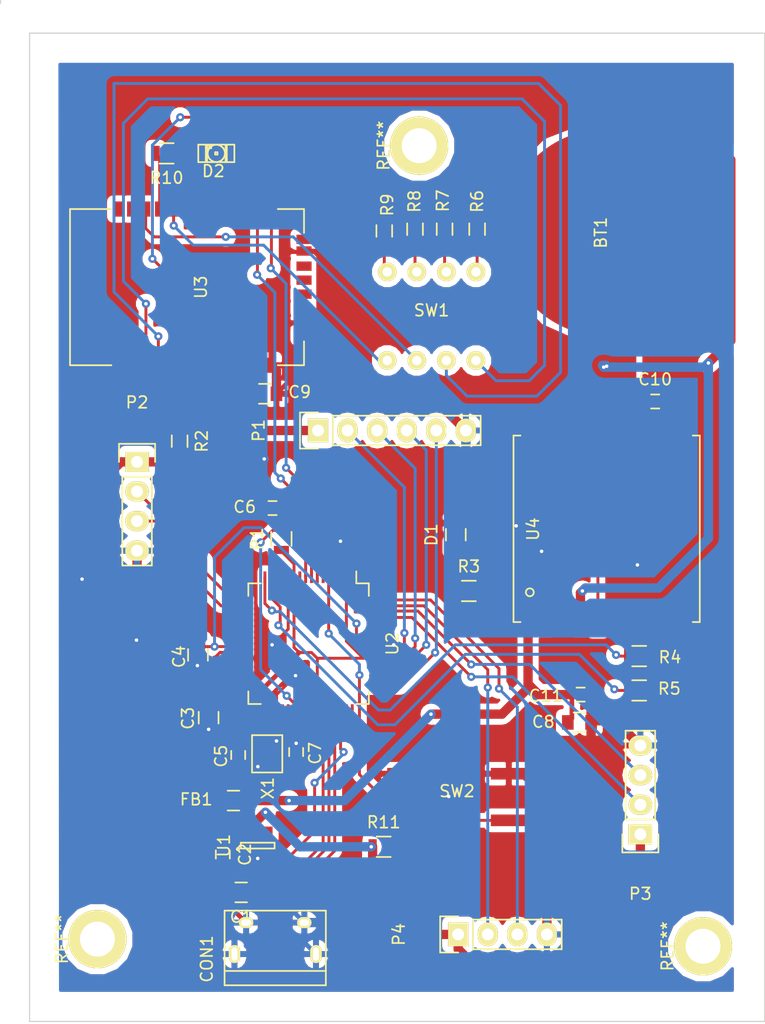
<source format=kicad_pcb>
(kicad_pcb (version 4) (host pcbnew "(2015-07-31 BZR 6030)-product")
  (layers (0 F.Cu signal) (31 B.Cu signal) (34 B.Paste user) (35 F.Paste user) (36 B.SilkS user) (37 F.SilkS user) (38 B.Mask user) (39 F.Mask user) (44 Edge.Cuts user))
  (net 0 "")
  (net 1 GND)
  (net 2 "Net-(BT1-Pad1)")
  (net 3 "Net-(C1-Pad1)")
  (net 4 "Net-(C2-Pad1)")
  (net 5 "Net-(C4-Pad1)")
  (net 6 "Net-(C5-Pad1)")
  (net 7 "Net-(C6-Pad1)")
  (net 8 "Net-(C7-Pad1)")
  (net 9 "Net-(C11-Pad1)")
  (net 10 "Net-(CON1-Pad2)")
  (net 11 "Net-(CON1-Pad3)")
  (net 12 "Net-(CON1-Pad4)")
  (net 13 "Net-(D1-Pad1)")
  (net 14 "Net-(D2-Pad2)")
  (net 15 "Net-(P1-Pad2)")
  (net 16 "Net-(P1-Pad3)")
  (net 17 "Net-(P1-Pad4)")
  (net 18 "Net-(P1-Pad5)")
  (net 19 "Net-(P2-Pad2)")
  (net 20 "Net-(P2-Pad3)")
  (net 21 "Net-(P3-Pad2)")
  (net 22 "Net-(P3-Pad3)")
  (net 23 "Net-(P4-Pad2)")
  (net 24 "Net-(P4-Pad3)")
  (net 25 "Net-(R2-Pad1)")
  (net 26 "Net-(R3-Pad2)")
  (net 27 "Net-(R4-Pad1)")
  (net 28 "Net-(R4-Pad2)")
  (net 29 "Net-(R5-Pad1)")
  (net 30 "Net-(R5-Pad2)")
  (net 31 "Net-(R6-Pad2)")
  (net 32 "Net-(R7-Pad2)")
  (net 33 "Net-(R8-Pad2)")
  (net 34 "Net-(R9-Pad2)")
  (net 35 "Net-(R10-Pad2)")
  (net 36 "Net-(R11-Pad2)")
  (net 37 "Net-(SW1-Pad4)")
  (net 38 "Net-(SW1-Pad3)")
  (net 39 "Net-(SW1-Pad2)")
  (net 40 "Net-(SW1-Pad1)")
  (net 41 "Net-(U1-Pad4)")
  (net 42 "Net-(U2-Pad1)")
  (net 43 "Net-(U2-Pad4)")
  (net 44 "Net-(U2-Pad6)")
  (net 45 "Net-(U2-Pad7)")
  (net 46 "Net-(U2-Pad8)")
  (net 47 "Net-(U2-Pad9)")
  (net 48 "Net-(U2-Pad10)")
  (net 49 "Net-(U2-Pad13)")
  (net 50 "Net-(U2-Pad14)")
  (net 51 "Net-(U2-Pad19)")
  (net 52 "Net-(U2-Pad20)")
  (net 53 "Net-(U2-Pad21)")
  (net 54 "Net-(U2-Pad22)")
  (net 55 "Net-(U2-Pad23)")
  (net 56 "Net-(U2-Pad24)")
  (net 57 "Net-(U2-Pad28)")
  (net 58 "Net-(U2-Pad29)")
  (net 59 "Net-(U2-Pad30)")
  (net 60 "Net-(U2-Pad31)")
  (net 61 "Net-(U2-Pad33)")
  (net 62 "Net-(U2-Pad34)")
  (net 63 "Net-(U2-Pad36)")
  (net 64 "Net-(U2-Pad37)")
  (net 65 "Net-(U2-Pad47)")
  (net 66 "Net-(U2-Pad48)")
  (net 67 "Net-(U2-Pad53)")
  (net 68 "Net-(U2-Pad57)")
  (net 69 "Net-(U2-Pad58)")
  (net 70 "Net-(U2-Pad59)")
  (net 71 "Net-(U2-Pad60)")
  (net 72 "Net-(U3-Pad30)")
  (net 73 "Net-(U3-Pad31)")
  (net 74 "Net-(U3-Pad32)")
  (net 75 "Net-(U3-Pad33)")
  (net 76 "Net-(U3-Pad34)")
  (net 77 "Net-(U3-Pad16)")
  (net 78 "Net-(U3-Pad17)")
  (net 79 "Net-(U3-Pad18)")
  (net 80 "Net-(U3-Pad19)")
  (net 81 "Net-(U3-Pad23)")
  (net 82 "Net-(U3-Pad24)")
  (net 83 "Net-(U3-Pad2)")
  (net 84 "Net-(U3-Pad6)")
  (net 85 "Net-(U3-Pad7)")
  (net 86 "Net-(U3-Pad8)")
  (net 87 "Net-(U3-Pad9)")
  (net 88 "Net-(U3-Pad10)")
  (net 89 "Net-(U3-Pad35)")
  (net 90 "Net-(U4-Pad18)")
  (net 91 "Net-(U4-Pad13)")
  (net 92 "Net-(U4-Pad15)")
  (net 93 "Net-(U4-Pad14)")
  (net 94 "Net-(U4-Pad16)")
  (net 95 "Net-(U4-Pad11)")
  (net 96 "Net-(U4-Pad17)")
  (net 97 "Net-(U4-Pad20)")
  (net 98 "Net-(U4-Pad2)")
  (net 99 "Net-(U4-Pad7)")
  (net 100 "Net-(U4-Pad6)")
  (module Connect:1pin (layer F.Cu) (at 92.5982 50.4074 90)
    (fp_text reference REF** (at 0 -3.048 90) (layer F.SilkS))
    (fp_text value 1pin)
    (pad 1 thru_hole circle (at 0 0 90) (size 5 5) (drill 3) (layers *.Cu *.Mask F.SilkS))
  )
  (module Connect:1pin (layer F.Cu) (at 116.9822 119.089 90)
    (fp_text reference REF** (at 0 -3.048 90) (layer F.SilkS))
    (fp_text value 1pin)
    (pad 1 thru_hole circle (at 0 0 90) (size 5 5) (drill 3) (layers *.Cu *.Mask F.SilkS))
  )
  (module custom_footprints:BAT-HLD-001 (layer F.Cu) (at 108.7018 57.875 270)
    (fp_text reference BT1 (at 0 0.5 270) (layer F.SilkS))
    (fp_text value "3.7 Li-ion")
    (pad 1 smd rect (at -11.34 0 270) (size 2.5 5.1) (layers F.Cu F.Paste F.Mask) (net 2 "Net-(BT1-Pad1)"))
    (pad 2 smd circle (at 0 0 270) (size 17.8 17.8) (layers F.Cu F.Paste F.Mask) (net 1 GND))
    (pad 1 smd rect (at 11.45 0 270) (size 2.5 5.1) (layers F.Cu F.Paste F.Mask) (net 2 "Net-(BT1-Pad1)"))
  )
  (module Capacitors_SMD:C_0805 (layer F.Cu) (at 77.3074 114.4662 180)
    (fp_text reference C1 (at 0 -2.1 180) (layer F.SilkS))
    (fp_text value 10u)
    (pad 1 smd rect (at -1 0 180) (size 1 1.25) (layers F.Cu F.Paste F.Mask) (net 3 "Net-(C1-Pad1)"))
    (pad 2 smd rect (at 1 0 180) (size 1 1.25) (layers F.Cu F.Paste F.Mask) (net 1 GND))
  )
  (module Capacitors_SMD:C_0603 (layer F.Cu) (at 75.7326 111.215 270)
    (fp_text reference C2 (at 0 -1.9 270) (layer F.SilkS))
    (fp_text value 4.7u)
    (pad 1 smd rect (at -0.75 0 270) (size 0.8 0.75) (layers F.Cu F.Paste F.Mask) (net 4 "Net-(C2-Pad1)"))
    (pad 2 smd rect (at 0.75 0 270) (size 0.8 0.75) (layers F.Cu F.Paste F.Mask) (net 1 GND))
  )
  (module Capacitors_SMD:C_0805 (layer F.Cu) (at 74.5134 99.4802 270)
    (fp_text reference C3 (at 0.0508 1.778 270) (layer F.SilkS))
    (fp_text value 0.1u)
    (pad 1 smd rect (at -1 0 270) (size 1 1.25) (layers F.Cu F.Paste F.Mask) (net 4 "Net-(C2-Pad1)"))
    (pad 2 smd rect (at 1 0 270) (size 1 1.25) (layers F.Cu F.Paste F.Mask) (net 1 GND))
  )
  (module Capacitors_SMD:C_0805 (layer F.Cu) (at 73.599 94.0954 270)
    (fp_text reference C4 (at 0.1524 1.6256 270) (layer F.SilkS))
    (fp_text value 2.5u)
    (pad 1 smd rect (at -1 0 270) (size 1 1.25) (layers F.Cu F.Paste F.Mask) (net 5 "Net-(C4-Pad1)"))
    (pad 2 smd rect (at 1 0 270) (size 1 1.25) (layers F.Cu F.Paste F.Mask) (net 1 GND))
  )
  (module Capacitors_SMD:C_0603 (layer F.Cu) (at 77.0534 102.6806 270)
    (fp_text reference C5 (at 0.1016 1.4732 270) (layer F.SilkS))
    (fp_text value 9.0p)
    (pad 1 smd rect (at -0.75 0 270) (size 0.8 0.75) (layers F.Cu F.Paste F.Mask) (net 6 "Net-(C5-Pad1)"))
    (pad 2 smd rect (at 0.75 0 270) (size 0.8 0.75) (layers F.Cu F.Paste F.Mask) (net 1 GND))
  )
  (module Capacitors_SMD:C_0603 (layer F.Cu) (at 79.9998 81.497 180)
    (fp_text reference C6 (at 2.3876 0.1016 180) (layer F.SilkS))
    (fp_text value 2.3u)
    (pad 1 smd rect (at -0.75 0 180) (size 0.8 0.75) (layers F.Cu F.Paste F.Mask) (net 7 "Net-(C6-Pad1)"))
    (pad 2 smd rect (at 0.75 0 180) (size 0.8 0.75) (layers F.Cu F.Paste F.Mask) (net 1 GND))
  )
  (module Capacitors_SMD:C_0603 (layer F.Cu) (at 82.0318 102.4266 90)
    (fp_text reference C7 (at -0.1016 1.6256 90) (layer F.SilkS))
    (fp_text value 9.0p)
    (pad 1 smd rect (at -0.75 0 90) (size 0.8 0.75) (layers F.Cu F.Paste F.Mask) (net 8 "Net-(C7-Pad1)"))
    (pad 2 smd rect (at 0.75 0 90) (size 0.8 0.75) (layers F.Cu F.Paste F.Mask) (net 1 GND))
  )
  (module Capacitors_SMD:C_0805 (layer F.Cu) (at 106.365 99.8866)
    (fp_text reference C8 (at -3.0988 -0.0508) (layer F.SilkS))
    (fp_text value 1.0u)
    (pad 1 smd rect (at -1 0) (size 1 1.25) (layers F.Cu F.Paste F.Mask) (net 9 "Net-(C11-Pad1)"))
    (pad 2 smd rect (at 1 0) (size 1 1.25) (layers F.Cu F.Paste F.Mask) (net 1 GND))
  )
  (module Capacitors_SMD:C_0805 (layer F.Cu) (at 79.3394 71.6926)
    (fp_text reference C9 (at 2.9972 -0.1524) (layer F.SilkS))
    (fp_text value 0.1u)
    (pad 1 smd rect (at -1 0) (size 1 1.25) (layers F.Cu F.Paste F.Mask) (net 4 "Net-(C2-Pad1)"))
    (pad 2 smd rect (at 1 0) (size 1 1.25) (layers F.Cu F.Paste F.Mask) (net 1 GND))
  )
  (module Capacitors_SMD:C_0603 (layer F.Cu) (at 112.8674 72.353)
    (fp_text reference C10 (at 0 -1.9) (layer F.SilkS))
    (fp_text value 1u)
    (pad 1 smd rect (at -0.75 0) (size 0.8 0.75) (layers F.Cu F.Paste F.Mask) (net 2 "Net-(BT1-Pad1)"))
    (pad 2 smd rect (at 0.75 0) (size 0.8 0.75) (layers F.Cu F.Paste F.Mask) (net 1 GND))
  )
  (module Capacitors_SMD:C_0603 (layer F.Cu) (at 106.4666 97.499)
    (fp_text reference C11 (at -2.9972 0.1016) (layer F.SilkS))
    (fp_text value 0.01u)
    (pad 1 smd rect (at -0.75 0) (size 0.8 0.75) (layers F.Cu F.Paste F.Mask) (net 9 "Net-(C11-Pad1)"))
    (pad 2 smd rect (at 0.75 0) (size 0.8 0.75) (layers F.Cu F.Paste F.Mask) (net 1 GND))
  )
  (module Connect:USB_Micro-B (layer F.Cu) (at 78.933 117.057 90)
    (fp_text reference CON1 (at -3.125 -4.575 90) (layer F.SilkS))
    (fp_text value USB-MICRO-B)
    (pad 1 smd rect (at 0 0 90) (size 1.35 0.4) (layers F.Cu F.Paste F.Mask) (net 3 "Net-(C1-Pad1)"))
    (pad 2 smd rect (at 0 0.65 90) (size 1.35 0.4) (layers F.Cu F.Paste F.Mask) (net 10 "Net-(CON1-Pad2)"))
    (pad 3 smd rect (at 0 1.3 90) (size 1.35 0.4) (layers F.Cu F.Paste F.Mask) (net 11 "Net-(CON1-Pad3)"))
    (pad 4 smd rect (at 0 1.95 90) (size 1.35 0.4) (layers F.Cu F.Paste F.Mask) (net 12 "Net-(CON1-Pad4)"))
    (pad 5 smd rect (at 0 2.6 90) (size 1.35 0.4) (layers F.Cu F.Paste F.Mask) (net 1 GND))
    (pad 6 thru_hole oval (at 0 -1.2 90) (size 0.95 1.25) (drill oval 0.55 0.85) (layers *.Cu *.Mask F.SilkS) (net 1 GND))
    (pad 7 thru_hole oval (at 0 3.8 90) (size 0.95 1.25) (drill oval 0.55 0.85) (layers *.Cu *.Mask F.SilkS) (net 1 GND))
    (pad 8 thru_hole oval (at -2.7 -2.2 90) (size 1.55 1) (drill oval 1.15 0.5) (layers *.Cu *.Mask F.SilkS) (net 1 GND))
    (pad 9 thru_hole oval (at -2.7 4.8 90) (size 1.55 1) (drill oval 1.15 0.5) (layers *.Cu *.Mask F.SilkS) (net 1 GND))
  )
  (module Capacitors_SMD:C_0805 (layer F.Cu) (at 95.7478 83.783 90)
    (fp_text reference D1 (at 0 -2.1 90) (layer F.SilkS))
    (fp_text value Led_Small)
    (pad 1 smd rect (at -1 0 90) (size 1 1.25) (layers F.Cu F.Paste F.Mask) (net 13 "Net-(D1-Pad1)"))
    (pad 2 smd rect (at 1 0 90) (size 1 1.25) (layers F.Cu F.Paste F.Mask) (net 1 GND))
  )
  (module LEDs:LED-1206 (layer F.Cu) (at 75.1738 51.0678 180)
    (fp_text reference D2 (at 0.254 -1.524 180) (layer F.SilkS))
    (fp_text value GREEN)
    (pad 1 smd rect (at -1.41986 0 180) (size 1.59766 1.80086) (layers F.Cu F.Paste F.Mask) (net 4 "Net-(C2-Pad1)"))
    (pad 2 smd rect (at 1.41986 0 180) (size 1.59766 1.80086) (layers F.Cu F.Paste F.Mask) (net 14 "Net-(D2-Pad2)"))
  )
  (module Capacitors_SMD:C_0805 (layer F.Cu) (at 76.647 106.5922)
    (fp_text reference FB1 (at -3.2004 -0.1016) (layer F.SilkS))
    (fp_text value FERRITEBEAD)
    (pad 1 smd rect (at -1 0) (size 1 1.25) (layers F.Cu F.Paste F.Mask) (net 4 "Net-(C2-Pad1)"))
    (pad 2 smd rect (at 1 0) (size 1 1.25) (layers F.Cu F.Paste F.Mask) (net 9 "Net-(C11-Pad1)"))
  )
  (module Pin_Headers:Pin_Header_Straight_1x06 (layer F.Cu) (at 83.9114 74.8422 90)
    (fp_text reference P1 (at 0 -5.1 90) (layer F.SilkS))
    (fp_text value JTAG_PROG)
    (pad 1 thru_hole rect (at 0 0 90) (size 2.032 1.7272) (drill 1.016) (layers *.Cu *.Mask F.SilkS) (net 4 "Net-(C2-Pad1)"))
    (pad 2 thru_hole oval (at 0 2.54 90) (size 2.032 1.7272) (drill 1.016) (layers *.Cu *.Mask F.SilkS) (net 15 "Net-(P1-Pad2)"))
    (pad 3 thru_hole oval (at 0 5.08 90) (size 2.032 1.7272) (drill 1.016) (layers *.Cu *.Mask F.SilkS) (net 16 "Net-(P1-Pad3)"))
    (pad 4 thru_hole oval (at 0 7.62 90) (size 2.032 1.7272) (drill 1.016) (layers *.Cu *.Mask F.SilkS) (net 17 "Net-(P1-Pad4)"))
    (pad 5 thru_hole oval (at 0 10.16 90) (size 2.032 1.7272) (drill 1.016) (layers *.Cu *.Mask F.SilkS) (net 18 "Net-(P1-Pad5)"))
    (pad 6 thru_hole oval (at 0 12.7 90) (size 2.032 1.7272) (drill 1.016) (layers *.Cu *.Mask F.SilkS) (net 1 GND))
  )
  (module Pin_Headers:Pin_Header_Straight_1x04 (layer F.Cu) (at 68.3666 77.5346)
    (fp_text reference P2 (at 0 -5.1) (layer F.SilkS))
    (fp_text value UART_PROG)
    (pad 1 thru_hole rect (at 0 0) (size 2.032 1.7272) (drill 1.016) (layers *.Cu *.Mask F.SilkS) (net 4 "Net-(C2-Pad1)"))
    (pad 2 thru_hole oval (at 0 2.54) (size 2.032 1.7272) (drill 1.016) (layers *.Cu *.Mask F.SilkS) (net 19 "Net-(P2-Pad2)"))
    (pad 3 thru_hole oval (at 0 5.08) (size 2.032 1.7272) (drill 1.016) (layers *.Cu *.Mask F.SilkS) (net 20 "Net-(P2-Pad3)"))
    (pad 4 thru_hole oval (at 0 7.62) (size 2.032 1.7272) (drill 1.016) (layers *.Cu *.Mask F.SilkS) (net 1 GND))
  )
  (module Pin_Headers:Pin_Header_Straight_1x04 (layer F.Cu) (at 111.5974 109.4878 180)
    (fp_text reference P3 (at 0 -5.1 180) (layer F.SilkS))
    (fp_text value ULTRA_FRONT)
    (pad 1 thru_hole rect (at 0 0 180) (size 2.032 1.7272) (drill 1.016) (layers *.Cu *.Mask F.SilkS) (net 4 "Net-(C2-Pad1)"))
    (pad 2 thru_hole oval (at 0 2.54 180) (size 2.032 1.7272) (drill 1.016) (layers *.Cu *.Mask F.SilkS) (net 21 "Net-(P3-Pad2)"))
    (pad 3 thru_hole oval (at 0 5.08 180) (size 2.032 1.7272) (drill 1.016) (layers *.Cu *.Mask F.SilkS) (net 22 "Net-(P3-Pad3)"))
    (pad 4 thru_hole oval (at 0 7.62 180) (size 2.032 1.7272) (drill 1.016) (layers *.Cu *.Mask F.SilkS) (net 1 GND))
  )
  (module Pin_Headers:Pin_Header_Straight_1x04 (layer F.Cu) (at 95.951 118.073 90)
    (fp_text reference P4 (at 0 -5.1 90) (layer F.SilkS))
    (fp_text value ULTRA_BACK)
    (pad 1 thru_hole rect (at 0 0 90) (size 2.032 1.7272) (drill 1.016) (layers *.Cu *.Mask F.SilkS) (net 4 "Net-(C2-Pad1)"))
    (pad 2 thru_hole oval (at 0 2.54 90) (size 2.032 1.7272) (drill 1.016) (layers *.Cu *.Mask F.SilkS) (net 23 "Net-(P4-Pad2)"))
    (pad 3 thru_hole oval (at 0 5.08 90) (size 2.032 1.7272) (drill 1.016) (layers *.Cu *.Mask F.SilkS) (net 24 "Net-(P4-Pad3)"))
    (pad 4 thru_hole oval (at 0 7.62 90) (size 2.032 1.7272) (drill 1.016) (layers *.Cu *.Mask F.SilkS) (net 1 GND))
  )
  (module Resistors_SMD:R_0805 (layer F.Cu) (at 80.7618 84.1386 90)
    (fp_text reference R1 (at 0 -2.1 90) (layer F.SilkS))
    (fp_text value 4k7)
    (pad 1 smd rect (at -0.95 0 90) (size 0.7 1.3) (layers F.Cu F.Paste F.Mask) (net 4 "Net-(C2-Pad1)"))
    (pad 2 smd rect (at 0.95 0 90) (size 0.7 1.3) (layers F.Cu F.Paste F.Mask) (net 7 "Net-(C6-Pad1)"))
  )
  (module Resistors_SMD:R_0603 (layer F.Cu) (at 72.0242 75.7566 270)
    (fp_text reference R2 (at 0 -1.9 270) (layer F.SilkS))
    (fp_text value 1K)
    (pad 1 smd rect (at -0.75 0 270) (size 0.5 0.9) (layers F.Cu F.Paste F.Mask) (net 25 "Net-(R2-Pad1)"))
    (pad 2 smd rect (at 0.75 0 270) (size 0.5 0.9) (layers F.Cu F.Paste F.Mask) (net 4 "Net-(C2-Pad1)"))
  )
  (module Resistors_SMD:R_0805 (layer F.Cu) (at 96.8654 88.609)
    (fp_text reference R3 (at 0 -2.1) (layer F.SilkS))
    (fp_text value 330)
    (pad 1 smd rect (at -0.95 0) (size 0.7 1.3) (layers F.Cu F.Paste F.Mask) (net 13 "Net-(D1-Pad1)"))
    (pad 2 smd rect (at 0.95 0) (size 0.7 1.3) (layers F.Cu F.Paste F.Mask) (net 26 "Net-(R3-Pad2)"))
  )
  (module Resistors_SMD:R_0805 (layer F.Cu) (at 111.4958 94.197 180)
    (fp_text reference R4 (at -2.6416 -0.1016 180) (layer F.SilkS))
    (fp_text value 330)
    (pad 1 smd rect (at -0.95 0 180) (size 0.7 1.3) (layers F.Cu F.Paste F.Mask) (net 27 "Net-(R4-Pad1)"))
    (pad 2 smd rect (at 0.95 0 180) (size 0.7 1.3) (layers F.Cu F.Paste F.Mask) (net 28 "Net-(R4-Pad2)"))
  )
  (module Resistors_SMD:R_0805 (layer F.Cu) (at 111.4958 97.1434 180)
    (fp_text reference R5 (at -2.5908 0.1524 180) (layer F.SilkS))
    (fp_text value 330)
    (pad 1 smd rect (at -0.95 0 180) (size 0.7 1.3) (layers F.Cu F.Paste F.Mask) (net 29 "Net-(R5-Pad1)"))
    (pad 2 smd rect (at 0.95 0 180) (size 0.7 1.3) (layers F.Cu F.Paste F.Mask) (net 30 "Net-(R5-Pad2)"))
  )
  (module Resistors_SMD:R_0603 (layer F.Cu) (at 97.5766 57.5702 270)
    (fp_text reference R6 (at -2.3876 0 270) (layer F.SilkS))
    (fp_text value 1k)
    (pad 1 smd rect (at -0.75 0 270) (size 0.5 0.9) (layers F.Cu F.Paste F.Mask) (net 4 "Net-(C2-Pad1)"))
    (pad 2 smd rect (at 0.75 0 270) (size 0.5 0.9) (layers F.Cu F.Paste F.Mask) (net 31 "Net-(R6-Pad2)"))
  )
  (module Resistors_SMD:R_0603 (layer F.Cu) (at 94.7826 57.5702 270)
    (fp_text reference R7 (at -2.4384 0.1524 270) (layer F.SilkS))
    (fp_text value 1k)
    (pad 1 smd rect (at -0.75 0 270) (size 0.5 0.9) (layers F.Cu F.Paste F.Mask) (net 4 "Net-(C2-Pad1)"))
    (pad 2 smd rect (at 0.75 0 270) (size 0.5 0.9) (layers F.Cu F.Paste F.Mask) (net 32 "Net-(R7-Pad2)"))
  )
  (module Resistors_SMD:R_0603 (layer F.Cu) (at 92.2426 57.5702 270)
    (fp_text reference R8 (at -2.3876 0.0508 270) (layer F.SilkS))
    (fp_text value 1k)
    (pad 1 smd rect (at -0.75 0 270) (size 0.5 0.9) (layers F.Cu F.Paste F.Mask) (net 4 "Net-(C2-Pad1)"))
    (pad 2 smd rect (at 0.75 0 270) (size 0.5 0.9) (layers F.Cu F.Paste F.Mask) (net 33 "Net-(R8-Pad2)"))
  )
  (module Resistors_SMD:R_0603 (layer F.Cu) (at 89.601 57.7226 270)
    (fp_text reference R9 (at -2.2352 -0.254 270) (layer F.SilkS))
    (fp_text value 1k)
    (pad 1 smd rect (at -0.75 0 270) (size 0.5 0.9) (layers F.Cu F.Paste F.Mask) (net 4 "Net-(C2-Pad1)"))
    (pad 2 smd rect (at 0.75 0 270) (size 0.5 0.9) (layers F.Cu F.Paste F.Mask) (net 34 "Net-(R9-Pad2)"))
  )
  (module Resistors_SMD:R_0805 (layer F.Cu) (at 70.9066 51.0678 180)
    (fp_text reference R10 (at 0 -2.1 180) (layer F.SilkS))
    (fp_text value 220)
    (pad 1 smd rect (at -0.95 0 180) (size 0.7 1.3) (layers F.Cu F.Paste F.Mask) (net 14 "Net-(D2-Pad2)"))
    (pad 2 smd rect (at 0.95 0 180) (size 0.7 1.3) (layers F.Cu F.Paste F.Mask) (net 35 "Net-(R10-Pad2)"))
  )
  (module Resistors_SMD:R_0805 (layer F.Cu) (at 89.5502 110.5546)
    (fp_text reference R11 (at 0 -2.1) (layer F.SilkS))
    (fp_text value 10k)
    (pad 1 smd rect (at -0.95 0) (size 0.7 1.3) (layers F.Cu F.Paste F.Mask) (net 4 "Net-(C2-Pad1)"))
    (pad 2 smd rect (at 0.95 0) (size 0.7 1.3) (layers F.Cu F.Paste F.Mask) (net 36 "Net-(R11-Pad2)"))
  )
  (module custom_footprints:SDA04H1BD (layer F.Cu) (at 93.665 65.0378 180)
    (fp_text reference SW1 (at 0 0.5 180) (layer F.SilkS))
    (fp_text value DIPS_04)
    (pad 5 thru_hole circle (at 3.81 3.8 180) (size 1.6 1.6) (drill 0.8) (layers *.Cu *.Mask F.SilkS) (net 34 "Net-(R9-Pad2)"))
    (pad 4 thru_hole circle (at 3.81 -3.8 180) (size 1.6 1.6) (drill 0.8) (layers *.Cu *.Mask F.SilkS) (net 37 "Net-(SW1-Pad4)"))
    (pad 6 thru_hole circle (at 1.27 3.8 180) (size 1.6 1.6) (drill 0.8) (layers *.Cu *.Mask F.SilkS) (net 33 "Net-(R8-Pad2)"))
    (pad 3 thru_hole circle (at 1.27 -3.8 180) (size 1.6 1.6) (drill 0.8) (layers *.Cu *.Mask F.SilkS) (net 38 "Net-(SW1-Pad3)"))
    (pad 7 thru_hole circle (at -1.27 3.8 180) (size 1.6 1.6) (drill 0.8) (layers *.Cu *.Mask F.SilkS) (net 32 "Net-(R7-Pad2)"))
    (pad 2 thru_hole circle (at -1.27 -3.8 180) (size 1.6 1.6) (drill 0.8) (layers *.Cu *.Mask F.SilkS) (net 39 "Net-(SW1-Pad2)"))
    (pad 8 thru_hole circle (at -3.81 3.8 180) (size 1.6 1.6) (drill 0.8) (layers *.Cu *.Mask F.SilkS) (net 31 "Net-(R6-Pad2)"))
    (pad 1 thru_hole circle (at -3.81 -3.8 180) (size 1.6 1.6) (drill 0.8) (layers *.Cu *.Mask F.SilkS) (net 40 "Net-(SW1-Pad1)"))
  )
  (module custom_footprints:1571634-1 (layer F.Cu) (at 95.8494 106.2874 180)
    (fp_text reference SW2 (at 0 0.5 180) (layer F.SilkS))
    (fp_text value SW_PUSH)
    (pad 2 smd rect (at 4.45 2 180) (size 3.1 1) (layers F.Cu F.Paste F.Mask) (net 1 GND))
    (pad 1 smd rect (at 4.45 -2 180) (size 3.1 1) (layers F.Cu F.Paste F.Mask) (net 36 "Net-(R11-Pad2)"))
    (pad 2 smd rect (at -4.45 2 180) (size 3.1 1) (layers F.Cu F.Paste F.Mask) (net 1 GND))
    (pad 1 smd rect (at -4.45 -2 180) (size 3.1 1) (layers F.Cu F.Paste F.Mask) (net 36 "Net-(R11-Pad2)"))
  )
  (module Housings_SOT-23_SOT-143_TSOT-6:SOT-23-5 (layer F.Cu) (at 78.7298 110.453 90)
    (fp_text reference U1 (at 0 -2.9 90) (layer F.SilkS))
    (fp_text value ADP151AUJZ-3.3-R7)
    (pad 1 smd rect (at -1.1 -0.95 90) (size 1.06 0.65) (layers F.Cu F.Paste F.Mask) (net 3 "Net-(C1-Pad1)"))
    (pad 2 smd rect (at -1.1 0 90) (size 1.06 0.65) (layers F.Cu F.Paste F.Mask) (net 1 GND))
    (pad 3 smd rect (at -1.1 0.95 90) (size 1.06 0.65) (layers F.Cu F.Paste F.Mask) (net 3 "Net-(C1-Pad1)"))
    (pad 4 smd rect (at 1.1 0.95 90) (size 1.06 0.65) (layers F.Cu F.Paste F.Mask) (net 41 "Net-(U1-Pad4)"))
    (pad 5 smd rect (at 1.1 -0.95 90) (size 1.06 0.65) (layers F.Cu F.Paste F.Mask) (net 4 "Net-(C2-Pad1)"))
  )
  (module Housings_QFP:LQFP-64_10x10mm_Pitch0.5mm (layer F.Cu) (at 83.0986 93.1302 270)
    (fp_text reference U2 (at 0 -7.2 270) (layer F.SilkS))
    (fp_text value TM4C123GH6PM)
    (pad 1 smd rect (at -5.7 -3.75 270) (size 1 0.25) (layers F.Cu F.Paste F.Mask) (net 42 "Net-(U2-Pad1)"))
    (pad 2 smd rect (at -5.7 -3.25 270) (size 1 0.25) (layers F.Cu F.Paste F.Mask) (net 4 "Net-(C2-Pad1)"))
    (pad 3 smd rect (at -5.7 -2.75 270) (size 1 0.25) (layers F.Cu F.Paste F.Mask) (net 1 GND))
    (pad 4 smd rect (at -5.7 -2.25 270) (size 1 0.25) (layers F.Cu F.Paste F.Mask) (net 43 "Net-(U2-Pad4)"))
    (pad 5 smd rect (at -5.7 -1.75 270) (size 1 0.25) (layers F.Cu F.Paste F.Mask) (net 36 "Net-(R11-Pad2)"))
    (pad 6 smd rect (at -5.7 -1.25 270) (size 1 0.25) (layers F.Cu F.Paste F.Mask) (net 44 "Net-(U2-Pad6)"))
    (pad 7 smd rect (at -5.7 -0.75 270) (size 1 0.25) (layers F.Cu F.Paste F.Mask) (net 45 "Net-(U2-Pad7)"))
    (pad 8 smd rect (at -5.7 -0.25 270) (size 1 0.25) (layers F.Cu F.Paste F.Mask) (net 46 "Net-(U2-Pad8)"))
    (pad 9 smd rect (at -5.7 0.25 270) (size 1 0.25) (layers F.Cu F.Paste F.Mask) (net 47 "Net-(U2-Pad9)"))
    (pad 10 smd rect (at -5.7 0.75 270) (size 1 0.25) (layers F.Cu F.Paste F.Mask) (net 48 "Net-(U2-Pad10)"))
    (pad 11 smd rect (at -5.7 1.25 270) (size 1 0.25) (layers F.Cu F.Paste F.Mask) (net 4 "Net-(C2-Pad1)"))
    (pad 12 smd rect (at -5.7 1.75 270) (size 1 0.25) (layers F.Cu F.Paste F.Mask) (net 1 GND))
    (pad 13 smd rect (at -5.7 2.25 270) (size 1 0.25) (layers F.Cu F.Paste F.Mask) (net 49 "Net-(U2-Pad13)"))
    (pad 14 smd rect (at -5.7 2.75 270) (size 1 0.25) (layers F.Cu F.Paste F.Mask) (net 50 "Net-(U2-Pad14)"))
    (pad 15 smd rect (at -5.7 3.25 270) (size 1 0.25) (layers F.Cu F.Paste F.Mask) (net 30 "Net-(R5-Pad2)"))
    (pad 16 smd rect (at -5.7 3.75 270) (size 1 0.25) (layers F.Cu F.Paste F.Mask) (net 28 "Net-(R4-Pad2)"))
    (pad 17 smd rect (at -3.75 5.7) (size 1 0.25) (layers F.Cu F.Paste F.Mask) (net 19 "Net-(P2-Pad2)"))
    (pad 18 smd rect (at -3.25 5.7) (size 1 0.25) (layers F.Cu F.Paste F.Mask) (net 20 "Net-(P2-Pad3)"))
    (pad 19 smd rect (at -2.75 5.7) (size 1 0.25) (layers F.Cu F.Paste F.Mask) (net 51 "Net-(U2-Pad19)"))
    (pad 20 smd rect (at -2.25 5.7) (size 1 0.25) (layers F.Cu F.Paste F.Mask) (net 52 "Net-(U2-Pad20)"))
    (pad 21 smd rect (at -1.75 5.7) (size 1 0.25) (layers F.Cu F.Paste F.Mask) (net 53 "Net-(U2-Pad21)"))
    (pad 22 smd rect (at -1.25 5.7) (size 1 0.25) (layers F.Cu F.Paste F.Mask) (net 54 "Net-(U2-Pad22)"))
    (pad 23 smd rect (at -0.75 5.7) (size 1 0.25) (layers F.Cu F.Paste F.Mask) (net 55 "Net-(U2-Pad23)"))
    (pad 24 smd rect (at -0.25 5.7) (size 1 0.25) (layers F.Cu F.Paste F.Mask) (net 56 "Net-(U2-Pad24)"))
    (pad 25 smd rect (at 0.25 5.7) (size 1 0.25) (layers F.Cu F.Paste F.Mask) (net 5 "Net-(C4-Pad1)"))
    (pad 26 smd rect (at 0.75 5.7) (size 1 0.25) (layers F.Cu F.Paste F.Mask) (net 4 "Net-(C2-Pad1)"))
    (pad 27 smd rect (at 1.25 5.7) (size 1 0.25) (layers F.Cu F.Paste F.Mask) (net 1 GND))
    (pad 28 smd rect (at 1.75 5.7) (size 1 0.25) (layers F.Cu F.Paste F.Mask) (net 57 "Net-(U2-Pad28)"))
    (pad 29 smd rect (at 2.25 5.7) (size 1 0.25) (layers F.Cu F.Paste F.Mask) (net 58 "Net-(U2-Pad29)"))
    (pad 30 smd rect (at 2.75 5.7) (size 1 0.25) (layers F.Cu F.Paste F.Mask) (net 59 "Net-(U2-Pad30)"))
    (pad 31 smd rect (at 3.25 5.7) (size 1 0.25) (layers F.Cu F.Paste F.Mask) (net 60 "Net-(U2-Pad31)"))
    (pad 32 smd rect (at 3.75 5.7) (size 1 0.25) (layers F.Cu F.Paste F.Mask) (net 1 GND))
    (pad 33 smd rect (at 5.7 3.75 270) (size 1 0.25) (layers F.Cu F.Paste F.Mask) (net 61 "Net-(U2-Pad33)"))
    (pad 34 smd rect (at 5.7 3.25 270) (size 1 0.25) (layers F.Cu F.Paste F.Mask) (net 62 "Net-(U2-Pad34)"))
    (pad 35 smd rect (at 5.7 2.75 270) (size 1 0.25) (layers F.Cu F.Paste F.Mask) (net 1 GND))
    (pad 36 smd rect (at 5.7 2.25 270) (size 1 0.25) (layers F.Cu F.Paste F.Mask) (net 63 "Net-(U2-Pad36)"))
    (pad 37 smd rect (at 5.7 1.75 270) (size 1 0.25) (layers F.Cu F.Paste F.Mask) (net 64 "Net-(U2-Pad37)"))
    (pad 38 smd rect (at 5.7 1.25 270) (size 1 0.25) (layers F.Cu F.Paste F.Mask) (net 7 "Net-(C6-Pad1)"))
    (pad 39 smd rect (at 5.7 0.75 270) (size 1 0.25) (layers F.Cu F.Paste F.Mask) (net 1 GND))
    (pad 40 smd rect (at 5.7 0.25 270) (size 1 0.25) (layers F.Cu F.Paste F.Mask) (net 6 "Net-(C5-Pad1)"))
    (pad 41 smd rect (at 5.7 -0.25 270) (size 1 0.25) (layers F.Cu F.Paste F.Mask) (net 8 "Net-(C7-Pad1)"))
    (pad 42 smd rect (at 5.7 -0.75 270) (size 1 0.25) (layers F.Cu F.Paste F.Mask) (net 4 "Net-(C2-Pad1)"))
    (pad 43 smd rect (at 5.7 -1.25 270) (size 1 0.25) (layers F.Cu F.Paste F.Mask) (net 10 "Net-(CON1-Pad2)"))
    (pad 44 smd rect (at 5.7 -1.75 270) (size 1 0.25) (layers F.Cu F.Paste F.Mask) (net 11 "Net-(CON1-Pad3)"))
    (pad 45 smd rect (at 5.7 -2.25 270) (size 1 0.25) (layers F.Cu F.Paste F.Mask) (net 12 "Net-(CON1-Pad4)"))
    (pad 46 smd rect (at 5.7 -2.75 270) (size 1 0.25) (layers F.Cu F.Paste F.Mask) (net 3 "Net-(C1-Pad1)"))
    (pad 47 smd rect (at 5.7 -3.25 270) (size 1 0.25) (layers F.Cu F.Paste F.Mask) (net 65 "Net-(U2-Pad47)"))
    (pad 48 smd rect (at 5.7 -3.75 270) (size 1 0.25) (layers F.Cu F.Paste F.Mask) (net 66 "Net-(U2-Pad48)"))
    (pad 49 smd rect (at 3.75 -5.7) (size 1 0.25) (layers F.Cu F.Paste F.Mask) (net 18 "Net-(P1-Pad5)"))
    (pad 50 smd rect (at 3.25 -5.7) (size 1 0.25) (layers F.Cu F.Paste F.Mask) (net 17 "Net-(P1-Pad4)"))
    (pad 51 smd rect (at 2.75 -5.7) (size 1 0.25) (layers F.Cu F.Paste F.Mask) (net 16 "Net-(P1-Pad3)"))
    (pad 52 smd rect (at 2.25 -5.7) (size 1 0.25) (layers F.Cu F.Paste F.Mask) (net 15 "Net-(P1-Pad2)"))
    (pad 53 smd rect (at 1.75 -5.7) (size 1 0.25) (layers F.Cu F.Paste F.Mask) (net 67 "Net-(U2-Pad53)"))
    (pad 54 smd rect (at 1.25 -5.7) (size 1 0.25) (layers F.Cu F.Paste F.Mask) (net 4 "Net-(C2-Pad1)"))
    (pad 55 smd rect (at 0.75 -5.7) (size 1 0.25) (layers F.Cu F.Paste F.Mask) (net 1 GND))
    (pad 56 smd rect (at 0.25 -5.7) (size 1 0.25) (layers F.Cu F.Paste F.Mask) (net 5 "Net-(C4-Pad1)"))
    (pad 57 smd rect (at -0.25 -5.7) (size 1 0.25) (layers F.Cu F.Paste F.Mask) (net 68 "Net-(U2-Pad57)"))
    (pad 58 smd rect (at -0.75 -5.7) (size 1 0.25) (layers F.Cu F.Paste F.Mask) (net 69 "Net-(U2-Pad58)"))
    (pad 59 smd rect (at -1.25 -5.7) (size 1 0.25) (layers F.Cu F.Paste F.Mask) (net 70 "Net-(U2-Pad59)"))
    (pad 60 smd rect (at -1.75 -5.7) (size 1 0.25) (layers F.Cu F.Paste F.Mask) (net 71 "Net-(U2-Pad60)"))
    (pad 61 smd rect (at -2.25 -5.7) (size 1 0.25) (layers F.Cu F.Paste F.Mask) (net 21 "Net-(P3-Pad2)"))
    (pad 62 smd rect (at -2.75 -5.7) (size 1 0.25) (layers F.Cu F.Paste F.Mask) (net 22 "Net-(P3-Pad3)"))
    (pad 63 smd rect (at -3.25 -5.7) (size 1 0.25) (layers F.Cu F.Paste F.Mask) (net 23 "Net-(P4-Pad2)"))
    (pad 64 smd rect (at -3.75 -5.7) (size 1 0.25) (layers F.Cu F.Paste F.Mask) (net 24 "Net-(P4-Pad3)"))
  )
  (module custom_footprints:RovingNetworks_RN-42 (layer F.Cu) (at 73.853 62.5486 90)
    (fp_text reference U3 (at 0 0 90) (layer F.SilkS))
    (fp_text value RN-42)
    (pad 30 smd rect (at 4.10456 8.85444 90) (size 0.8 1.3) (layers F.Cu F.Paste F.Mask) (net 72 "Net-(U3-Pad30)"))
    (pad 28 smd rect (at 3.10456 8.85444 90) (size 0.8 1.3) (layers F.Cu F.Paste F.Mask) (net 1 GND))
    (pad 31 smd rect (at 1.80456 8.85444 90) (size 0.8 1.3) (layers F.Cu F.Paste F.Mask) (net 73 "Net-(U3-Pad31)"))
    (pad 32 smd rect (at 0.60456 8.85444 90) (size 0.8 1.3) (layers F.Cu F.Paste F.Mask) (net 74 "Net-(U3-Pad32)"))
    (pad 33 smd rect (at -0.59544 8.85444 90) (size 0.8 1.3) (layers F.Cu F.Paste F.Mask) (net 75 "Net-(U3-Pad33)"))
    (pad 34 smd rect (at -1.79544 8.85444 90) (size 0.8 1.3) (layers F.Cu F.Paste F.Mask) (net 76 "Net-(U3-Pad34)"))
    (pad 29 smd rect (at -3.09544 8.85444 90) (size 0.8 1.3) (layers F.Cu F.Paste F.Mask) (net 1 GND))
    (pad 13 smd rect (at 6.70456 6.05444 90) (size 1.3 0.8) (layers F.Cu F.Paste F.Mask) (net 46 "Net-(U2-Pad8)"))
    (pad 14 smd rect (at 6.70456 4.85444 90) (size 1.3 0.8) (layers F.Cu F.Paste F.Mask) (net 47 "Net-(U2-Pad9)"))
    (pad 15 smd rect (at 6.70456 3.65444 90) (size 1.3 0.8) (layers F.Cu F.Paste F.Mask) (net 1 GND))
    (pad 16 smd rect (at 6.70456 2.45444 90) (size 1.3 0.8) (layers F.Cu F.Paste F.Mask) (net 77 "Net-(U3-Pad16)"))
    (pad 17 smd rect (at 6.70456 1.25444 90) (size 1.3 0.8) (layers F.Cu F.Paste F.Mask) (net 78 "Net-(U3-Pad17)"))
    (pad 18 smd rect (at 6.70456 0.05444 90) (size 1.3 0.8) (layers F.Cu F.Paste F.Mask) (net 79 "Net-(U3-Pad18)"))
    (pad 19 smd rect (at 6.70456 -1.14556 90) (size 1.3 0.8) (layers F.Cu F.Paste F.Mask) (net 80 "Net-(U3-Pad19)"))
    (pad 20 smd rect (at 6.70456 -2.34556 90) (size 1.3 0.8) (layers F.Cu F.Paste F.Mask) (net 37 "Net-(SW1-Pad4)"))
    (pad 22 smd rect (at 6.70456 -4.74556 90) (size 1.3 0.8) (layers F.Cu F.Paste F.Mask) (net 38 "Net-(SW1-Pad3)"))
    (pad 21 smd rect (at 6.70456 -3.54556 90) (size 1.3 0.8) (layers F.Cu F.Paste F.Mask) (net 35 "Net-(R10-Pad2)"))
    (pad 23 smd rect (at 6.70456 -5.94556 90) (size 1.3 0.8) (layers F.Cu F.Paste F.Mask) (net 81 "Net-(U3-Pad23)"))
    (pad 24 smd rect (at 6.70456 -7.14556 90) (size 1.3 0.8) (layers F.Cu F.Paste F.Mask) (net 82 "Net-(U3-Pad24)"))
    (pad 1 smd rect (at -6.69544 -7.14556 90) (size 1.3 0.8) (layers F.Cu F.Paste F.Mask) (net 1 GND))
    (pad 2 smd rect (at -6.69544 -5.94556 90) (size 1.3 0.8) (layers F.Cu F.Paste F.Mask) (net 83 "Net-(U3-Pad2)"))
    (pad 4 smd rect (at -6.69544 -3.54556 90) (size 1.3 0.8) (layers F.Cu F.Paste F.Mask) (net 39 "Net-(SW1-Pad2)"))
    (pad 3 smd rect (at -6.69544 -4.74556 90) (size 1.3 0.8) (layers F.Cu F.Paste F.Mask) (net 40 "Net-(SW1-Pad1)"))
    (pad 5 smd rect (at -6.69544 -2.34556 90) (size 1.3 0.8) (layers F.Cu F.Paste F.Mask) (net 25 "Net-(R2-Pad1)"))
    (pad 6 smd rect (at -6.69544 -1.14556 90) (size 1.3 0.8) (layers F.Cu F.Paste F.Mask) (net 84 "Net-(U3-Pad6)"))
    (pad 7 smd rect (at -6.69544 0.05444 90) (size 1.3 0.8) (layers F.Cu F.Paste F.Mask) (net 85 "Net-(U3-Pad7)"))
    (pad 8 smd rect (at -6.69544 1.25444 90) (size 1.3 0.8) (layers F.Cu F.Paste F.Mask) (net 86 "Net-(U3-Pad8)"))
    (pad 9 smd rect (at -6.69544 2.45444 90) (size 1.3 0.8) (layers F.Cu F.Paste F.Mask) (net 87 "Net-(U3-Pad9)"))
    (pad 10 smd rect (at -6.69544 3.65444 90) (size 1.3 0.8) (layers F.Cu F.Paste F.Mask) (net 88 "Net-(U3-Pad10)"))
    (pad 11 smd rect (at -6.69544 4.85444 90) (size 1.3 0.8) (layers F.Cu F.Paste F.Mask) (net 4 "Net-(C2-Pad1)"))
    (pad 12 smd rect (at -6.69544 6.05444 90) (size 1.3 0.8) (layers F.Cu F.Paste F.Mask) (net 1 GND))
    (pad 35 smd rect (at -4.09544 8.85444 90) (size 0.8 1.3) (layers F.Cu F.Paste F.Mask) (net 89 "Net-(U3-Pad35)"))
  )
  (module custom_footprints:GlobalTop-FGPMMOPA6H (layer F.Cu) (at 108.7018 83.275 90)
    (fp_text reference U4 (at -0.02794 -6.31952 90) (layer F.SilkS))
    (fp_text value FGPMMOPA6H)
    (pad 18 smd rect (at 7.8 -3.75 90) (size 2 1) (layers F.Cu F.Paste F.Mask) (net 90 "Net-(U4-Pad18)"))
    (pad 13 smd rect (at 7.8 3.75 90) (size 2 1) (layers F.Cu F.Paste F.Mask) (net 91 "Net-(U4-Pad13)"))
    (pad 15 smd rect (at 7.8 0.75 90) (size 2 1) (layers F.Cu F.Paste F.Mask) (net 92 "Net-(U4-Pad15)"))
    (pad 14 smd rect (at 7.8 2.25 90) (size 2 1) (layers F.Cu F.Paste F.Mask) (net 93 "Net-(U4-Pad14)"))
    (pad 16 smd rect (at 7.7 -0.75 90) (size 2 1) (layers F.Cu F.Paste F.Mask) (net 94 "Net-(U4-Pad16)"))
    (pad 11 connect rect (at 7.8 6.75 90) (size 2 1) (layers F.Cu F.Mask) (net 95 "Net-(U4-Pad11)"))
    (pad 17 smd rect (at 7.8 -2.25 90) (size 2 1) (layers F.Cu F.Paste F.Mask) (net 96 "Net-(U4-Pad17)"))
    (pad 19 smd rect (at 7.8 -5.25 90) (size 2 1) (layers F.Cu F.Paste F.Mask) (net 1 GND))
    (pad 12 smd rect (at 7.8 5.25 90) (size 2 1) (layers F.Cu F.Paste F.Mask) (net 1 GND))
    (pad 20 smd rect (at 7.8 -6.75 90) (size 2 1) (layers F.Cu F.Paste F.Mask) (net 97 "Net-(U4-Pad20)"))
    (pad 1 smd rect (at -7.8 -6.75 90) (size 2 1) (layers F.Cu F.Paste F.Mask) (net 9 "Net-(C11-Pad1)"))
    (pad 9 smd rect (at -7.8 5.25 90) (size 2 1) (layers F.Cu F.Paste F.Mask) (net 27 "Net-(R4-Pad1)"))
    (pad 2 smd rect (at -7.8 -5.25 90) (size 2 1) (layers F.Cu F.Paste F.Mask) (net 98 "Net-(U4-Pad2)"))
    (pad 4 smd rect (at -7.8 -2.25 90) (size 2 1) (layers F.Cu F.Paste F.Mask) (net 2 "Net-(BT1-Pad1)"))
    (pad 10 connect rect (at -7.8 6.75 90) (size 2 1) (layers F.Cu F.Mask) (net 29 "Net-(R5-Pad1)"))
    (pad 5 smd rect (at -7.9 -0.75 90) (size 2 1) (layers F.Cu F.Paste F.Mask) (net 26 "Net-(R3-Pad2)"))
    (pad 7 smd rect (at -7.8 2.25 90) (size 2 1) (layers F.Cu F.Paste F.Mask) (net 99 "Net-(U4-Pad7)"))
    (pad 6 smd rect (at -7.8 0.75 90) (size 2 1) (layers F.Cu F.Paste F.Mask) (net 100 "Net-(U4-Pad6)"))
    (pad 8 smd rect (at -7.8 3.75 90) (size 2 1) (layers F.Cu F.Paste F.Mask) (net 1 GND))
    (pad 3 smd rect (at -7.8 -3.75 90) (size 2 1) (layers F.Cu F.Paste F.Mask) (net 1 GND))
    (pad "" connect circle (at 0.2 -0.8 90) (size 1.2 1.2) (layers F.Cu F.Mask))
  )
  (module Crystals_Oscillators_SMD:crystal_FA238-TSX3225 (layer F.Cu) (at 79.5426 102.579 90)
    (fp_text reference X1 (at -2.9464 0.0508 90) (layer F.SilkS))
    (fp_text value "16.00 MHz")
    (pad 1 smd rect (at -1.1 0.8 90) (size 1.4 1.2) (layers F.Cu F.Paste F.Mask) (net 8 "Net-(C7-Pad1)"))
    (pad 3 smd rect (at 1.1 0.8 90) (size 1.4 1.2) (layers F.Cu F.Paste F.Mask) (net 1 GND))
    (pad 3 smd rect (at -1.1 -0.8 90) (size 1.4 1.2) (layers F.Cu F.Paste F.Mask) (net 1 GND))
    (pad 2 smd rect (at 1.1 -0.8 90) (size 1.4 1.2) (layers F.Cu F.Paste F.Mask) (net 6 "Net-(C5-Pad1)"))
  )
  (module Connect:1pin (layer F.Cu) (at 64.963 118.4794 90)
    (fp_text reference REF** (at 0 -3.048 90) (layer F.SilkS))
    (fp_text value 1pin)
    (pad 1 thru_hole circle (at 0 0 90) (size 5 5) (drill 3) (layers *.Cu *.Mask F.SilkS))
  )
  (gr_line (start 56.6438 37.9596) (end 56.6438 38.2136) (angle 90) (layer Edge.Cuts) (width 0.1))
  (gr_line (start 122.2774 125.5388) (end 122.2774 40.8044) (angle 90) (layer Edge.Cuts) (width 0.1))
  (gr_line (start 59.133 125.5388) (end 122.2774 125.5388) (angle 90) (layer Edge.Cuts) (width 0.1))
  (gr_line (start 59.133 40.7536) (end 122.2266 40.7536) (angle 90) (layer Edge.Cuts) (width 0.1))
  (gr_line (start 59.133 125.5388) (end 59.133 40.7536) (angle 90) (layer Edge.Cuts) (width 0.1))
  (segment (start 81.981 95.8716) (end 81.981 95.25) (width 0.25) (layer B.Cu) (net 1))
  (segment (start 79.9661 93.2249) (end 80.0067 93.2249) (width 0.25) (layer F.Cu) (net 1))
  (segment (start 79.961 93.23) (end 79.9661 93.2249) (width 0.25) (layer F.Cu) (net 1))
  (via (at 79.961 93.23) (size 0.7) (drill 0.3) (layers F.Cu B.Cu) (net 1))
  (segment (start 81.981 95.25) (end 79.961 93.23) (width 0.25) (layer B.Cu) (net 1))
  (segment (start 96.6114 74.8422) (end 93.0554 71.2862) (width 0.8) (layer F.Cu) (net 1))
  (segment (start 87.1626 71.2862) (end 83.9542 68.0778) (width 0.8) (layer F.Cu) (net 1))
  (segment (start 93.0554 71.2862) (end 87.1626 71.2862) (width 0.8) (layer F.Cu) (net 1))
  (segment (start 77.50744 55.84404) (end 77.50744 54.27136) (width 0.8) (layer F.Cu) (net 1))
  (segment (start 84.6734 59.145) (end 83.9622 59.8562) (width 0.4) (layer F.Cu) (net 1))
  (segment (start 84.6734 54.2682) (end 84.6734 59.145) (width 0.4) (layer F.Cu) (net 1))
  (segment (start 82.7938 52.3886) (end 84.6734 54.2682) (width 0.4) (layer F.Cu) (net 1))
  (segment (start 79.3902 52.3886) (end 82.7938 52.3886) (width 0.8) (layer F.Cu) (net 1))
  (segment (start 77.50744 54.27136) (end 79.3902 52.3886) (width 0.8) (layer F.Cu) (net 1))
  (segment (start 66.70744 69.24404) (end 63.6422 72.30928) (width 0.8) (layer F.Cu) (net 1))
  (segment (start 63.6422 72.30928) (end 63.6422 87.593) (width 0.8) (layer F.Cu) (net 1))
  (via (at 100.9294 83.021) (size 0.7) (drill 0.3) (layers F.Cu B.Cu) (net 1))
  (segment (start 103.4518 75.475) (end 103.4518 80.4986) (width 0.8) (layer F.Cu) (net 1))
  (segment (start 103.4518 80.4986) (end 100.9294 83.021) (width 0.8) (layer F.Cu) (net 1))
  (segment (start 113.9518 75.475) (end 113.9518 72.2846) (width 0.4) (layer F.Cu) (net 1))
  (segment (start 113.9518 72.2846) (end 113.9518 63.125) (width 0.4) (layer F.Cu) (net 1))
  (segment (start 113.9518 63.125) (end 108.7018 57.875) (width 0.4) (layer F.Cu) (net 1))
  (segment (start 111.3434 86.3738) (end 113.9518 83.7654) (width 0.4) (layer F.Cu) (net 1))
  (segment (start 113.9518 83.7654) (end 113.9518 75.475) (width 0.4) (layer F.Cu) (net 1))
  (segment (start 103.1138 85.2054) (end 110.175 85.2054) (width 0.4) (layer B.Cu) (net 1))
  (segment (start 112.4518 87.4822) (end 112.4518 91.075) (width 0.4) (layer F.Cu) (net 1))
  (segment (start 111.3434 86.3738) (end 112.4518 87.4822) (width 0.4) (layer F.Cu) (net 1))
  (via (at 111.3434 86.3738) (size 0.7) (drill 0.3) (layers F.Cu B.Cu) (net 1))
  (segment (start 110.175 85.2054) (end 111.3434 86.3738) (width 0.4) (layer B.Cu) (net 1))
  (segment (start 82.70744 59.44404) (end 83.55004 59.44404) (width 0.4) (layer F.Cu) (net 1))
  (segment (start 83.9622 59.8562) (end 83.9622 65.64404) (width 0.4) (layer F.Cu) (net 1))
  (segment (start 83.55004 59.44404) (end 83.9622 59.8562) (width 0.4) (layer F.Cu) (net 1))
  (segment (start 73.599 95.0954) (end 70.5858 95.0954) (width 0.8) (layer F.Cu) (net 1))
  (segment (start 88.7986 93.8802) (end 89.7654 93.8802) (width 0.25) (layer F.Cu) (net 1))
  (segment (start 85.8926 84.3926) (end 85.9942 84.3926) (width 0.25) (layer F.Cu) (net 1))
  (segment (start 85.8418 84.3418) (end 85.8926 84.3926) (width 0.25) (layer F.Cu) (net 1))
  (via (at 85.8418 84.3418) (size 0.7) (drill 0.3) (layers F.Cu B.Cu) (net 1))
  (segment (start 85.8418 88.6598) (end 85.8418 84.3418) (width 0.25) (layer B.Cu) (net 1))
  (segment (start 90.4138 93.2318) (end 85.8418 88.6598) (width 0.25) (layer B.Cu) (net 1))
  (via (at 90.4138 93.2318) (size 0.7) (drill 0.3) (layers F.Cu B.Cu) (net 1))
  (segment (start 89.7654 93.8802) (end 90.4138 93.2318) (width 0.25) (layer F.Cu) (net 1))
  (segment (start 95.7478 82.783) (end 87.4006 82.783) (width 0.4) (layer F.Cu) (net 1))
  (segment (start 85.8486 84.335) (end 85.8486 87.4302) (width 0.25) (layer F.Cu) (net 1))
  (segment (start 87.4006 82.783) (end 85.8486 84.335) (width 0.25) (layer F.Cu) (net 1))
  (segment (start 96.6114 74.8422) (end 96.6114 81.9194) (width 0.8) (layer F.Cu) (net 1))
  (segment (start 96.6114 81.9194) (end 95.7478 82.783) (width 0.8) (layer F.Cu) (net 1))
  (segment (start 104.9518 91.075) (end 104.9518 87.0434) (width 0.8) (layer F.Cu) (net 1))
  (segment (start 96.6114 78.703) (end 96.6114 74.8422) (width 0.8) (layer B.Cu) (net 1))
  (segment (start 103.1138 85.2054) (end 100.9294 83.021) (width 0.8) (layer B.Cu) (net 1))
  (segment (start 100.9294 83.021) (end 96.6114 78.703) (width 0.8) (layer B.Cu) (net 1))
  (via (at 103.1138 85.2054) (size 0.7) (drill 0.3) (layers F.Cu B.Cu) (net 1))
  (segment (start 104.9518 87.0434) (end 103.1138 85.2054) (width 0.8) (layer F.Cu) (net 1))
  (segment (start 82.70744 65.64404) (end 83.9622 65.64404) (width 0.4) (layer F.Cu) (net 1))
  (segment (start 83.9622 65.64404) (end 84.00964 65.64404) (width 0.4) (layer F.Cu) (net 1))
  (segment (start 84.00964 65.64404) (end 84.00964 68.02236) (width 0.4) (layer F.Cu) (net 1))
  (segment (start 84.00964 68.02236) (end 83.9542 68.0778) (width 0.4) (layer F.Cu) (net 1))
  (segment (start 83.9542 68.0778) (end 80.3394 71.6926) (width 0.4) (layer F.Cu) (net 1))
  (segment (start 80.3394 71.6926) (end 80.3394 70.2702) (width 0.8) (layer F.Cu) (net 1))
  (segment (start 80.3394 70.2702) (end 80.3394 69.676) (width 0.8) (layer F.Cu) (net 1))
  (segment (start 80.3394 69.676) (end 79.90744 69.24404) (width 0.8) (layer F.Cu) (net 1))
  (segment (start 100.2994 104.2874) (end 101.571 104.2874) (width 0.8) (layer F.Cu) (net 1))
  (segment (start 101.571 104.2874) (end 103.571 106.2874) (width 0.8) (layer F.Cu) (net 1))
  (segment (start 103.571 106.2874) (end 103.571 118.073) (width 0.8) (layer F.Cu) (net 1))
  (segment (start 82.733 117.057) (end 90.2106 117.057) (width 0.8) (layer B.Cu) (net 1))
  (segment (start 93.189 104.2874) (end 91.3994 104.2874) (width 0.8) (layer F.Cu) (net 1))
  (segment (start 95.1382 106.2366) (end 93.189 104.2874) (width 0.8) (layer F.Cu) (net 1))
  (via (at 95.1382 106.2366) (size 0.7) (drill 0.3) (layers F.Cu B.Cu) (net 1))
  (segment (start 95.1382 112.1294) (end 95.1382 106.2366) (width 0.8) (layer B.Cu) (net 1))
  (segment (start 90.2106 117.057) (end 95.1382 112.1294) (width 0.8) (layer B.Cu) (net 1))
  (segment (start 73.5482 95.0098) (end 73.5482 82.3606) (width 0.8) (layer B.Cu) (net 1))
  (segment (start 79.2498 77.3194) (end 79.2498 81.497) (width 0.8) (layer F.Cu) (net 1))
  (segment (start 79.2886 77.2806) (end 79.2498 77.3194) (width 0.8) (layer F.Cu) (net 1))
  (via (at 79.2886 77.2806) (size 0.7) (drill 0.3) (layers F.Cu B.Cu) (net 1))
  (segment (start 78.6282 77.2806) (end 79.2886 77.2806) (width 0.8) (layer B.Cu) (net 1))
  (segment (start 73.5482 82.3606) (end 78.6282 77.2806) (width 0.8) (layer B.Cu) (net 1))
  (via (at 74.5134 100.4802) (size 0.7) (drill 0.3) (layers F.Cu B.Cu) (net 1))
  (segment (start 74.5134 102.4266) (end 75.5174 103.4306) (width 0.8) (layer F.Cu) (net 1))
  (segment (start 77.0534 103.4306) (end 75.5174 103.4306) (width 0.8) (layer F.Cu) (net 1))
  (segment (start 74.5134 100.4802) (end 74.5134 102.4266) (width 0.8) (layer F.Cu) (net 1))
  (segment (start 73.5482 95.0098) (end 73.5482 95.0446) (width 0.8) (layer F.Cu) (net 1))
  (via (at 73.5482 95.0098) (size 0.7) (drill 0.3) (layers F.Cu B.Cu) (net 1))
  (segment (start 74.5134 95.975) (end 73.5482 95.0098) (width 0.8) (layer B.Cu) (net 1))
  (segment (start 74.5134 100.4802) (end 74.5134 95.975) (width 0.8) (layer B.Cu) (net 1))
  (segment (start 73.5482 95.0446) (end 73.599 95.0954) (width 0.8) (layer F.Cu) (net 1))
  (segment (start 107.365 99.8866) (end 107.365 97.6474) (width 0.8) (layer F.Cu) (net 1))
  (segment (start 107.365 97.6474) (end 107.2166 97.499) (width 0.8) (layer F.Cu) (net 1))
  (segment (start 111.5974 101.8678) (end 111.5854 101.8678) (width 0.8) (layer F.Cu) (net 1))
  (segment (start 111.5854 101.8678) (end 107.2166 97.499) (width 0.8) (layer F.Cu) (net 1))
  (segment (start 82.3486 98.8302) (end 82.3486 96.241) (width 0.25) (layer F.Cu) (net 1))
  (segment (start 82.3486 96.241) (end 81.981 95.8734) (width 0.25) (layer F.Cu) (net 1))
  (segment (start 80.3486 98.8302) (end 80.3486 97.5058) (width 0.25) (layer F.Cu) (net 1))
  (segment (start 81.981 95.8734) (end 81.981 95.8716) (width 0.25) (layer B.Cu) (net 1))
  (segment (start 81.981 95.8716) (end 81.981 95.9242) (width 0.25) (layer B.Cu) (net 1))
  (via (at 81.981 95.8734) (size 0.7) (drill 0.3) (layers F.Cu B.Cu) (net 1))
  (segment (start 80.3486 97.5058) (end 81.981 95.8734) (width 0.25) (layer F.Cu) (net 1))
  (segment (start 100.2994 104.2874) (end 104.9106 104.2874) (width 0.8) (layer F.Cu) (net 1))
  (segment (start 107.365 101.833) (end 107.365 97.6474) (width 0.8) (layer F.Cu) (net 1))
  (segment (start 104.9106 104.2874) (end 107.365 101.833) (width 0.8) (layer F.Cu) (net 1))
  (segment (start 107.365 97.6474) (end 107.365 96.3654) (width 0.8) (layer F.Cu) (net 1))
  (segment (start 104.9518 93.9522) (end 104.9518 91.075) (width 0.8) (layer F.Cu) (net 1))
  (segment (start 107.365 96.3654) (end 104.9518 93.9522) (width 0.8) (layer F.Cu) (net 1))
  (segment (start 81.3486 87.4302) (end 81.3486 91.883) (width 0.25) (layer F.Cu) (net 1))
  (segment (start 81.3486 91.883) (end 80.0067 93.2249) (width 0.25) (layer F.Cu) (net 1))
  (segment (start 80.0067 93.2249) (end 79.6442 93.5874) (width 0.25) (layer F.Cu) (net 1))
  (segment (start 77.3986 96.8802) (end 78.2818 96.8802) (width 0.25) (layer F.Cu) (net 1))
  (segment (start 79.6442 95.5178) (end 79.6442 93.5874) (width 0.25) (layer F.Cu) (net 1))
  (segment (start 78.2818 96.8802) (end 79.6442 95.5178) (width 0.25) (layer F.Cu) (net 1))
  (segment (start 78.6282 111.215) (end 78.4758 111.215) (width 0.4) (layer B.Cu) (net 1))
  (segment (start 77.8154 106.7446) (end 79.441 105.119) (width 0.4) (layer B.Cu) (net 1))
  (segment (start 77.8154 110.5546) (end 77.8154 106.7446) (width 0.4) (layer B.Cu) (net 1))
  (segment (start 78.4758 111.215) (end 77.8154 110.5546) (width 0.4) (layer B.Cu) (net 1))
  (segment (start 76.3074 114.4662) (end 76.3074 115.6314) (width 0.4) (layer F.Cu) (net 1))
  (segment (start 76.3074 115.6314) (end 77.733 117.057) (width 0.4) (layer F.Cu) (net 1))
  (via (at 78.7426 103.679) (size 0.7) (drill 0.3) (layers F.Cu B.Cu) (net 1))
  (segment (start 78.7426 103.679) (end 78.7426 104.4206) (width 0.25) (layer B.Cu) (net 1))
  (segment (start 78.7426 104.4206) (end 79.441 105.119) (width 0.25) (layer B.Cu) (net 1))
  (segment (start 77.3018 103.679) (end 78.7426 103.679) (width 0.25) (layer F.Cu) (net 1))
  (via (at 80.3426 101.479) (size 0.7) (drill 0.3) (layers F.Cu B.Cu) (net 1))
  (segment (start 81.981 101.6258) (end 82.0318 101.6766) (width 0.25) (layer B.Cu) (net 1))
  (segment (start 81.981 100.547) (end 81.981 101.6258) (width 0.25) (layer B.Cu) (net 1))
  (via (at 82.0318 101.6766) (size 0.7) (drill 0.3) (layers F.Cu B.Cu) (net 1))
  (segment (start 80.5402 101.6766) (end 82.0318 101.6766) (width 0.25) (layer B.Cu) (net 1))
  (segment (start 80.5402 101.6766) (end 80.3426 101.479) (width 0.25) (layer B.Cu) (net 1))
  (segment (start 81.533 117.057) (end 82.733 117.057) (width 0.25) (layer F.Cu) (net 1))
  (segment (start 77.733 117.057) (end 77.733 119.0574) (width 0.4) (layer B.Cu) (net 1))
  (segment (start 77.733 119.0574) (end 78.4326 119.757) (width 0.4) (layer B.Cu) (net 1))
  (segment (start 76.733 119.757) (end 78.4326 119.757) (width 0.4) (layer B.Cu) (net 1))
  (segment (start 78.4326 119.757) (end 81.733 119.757) (width 0.4) (layer B.Cu) (net 1))
  (segment (start 81.733 119.757) (end 82.733 118.757) (width 0.4) (layer B.Cu) (net 1))
  (segment (start 82.733 117.057) (end 82.733 118.757) (width 0.4) (layer B.Cu) (net 1))
  (segment (start 82.733 118.757) (end 83.733 119.757) (width 0.4) (layer B.Cu) (net 1))
  (via (at 78.7298 111.553) (size 0.7) (drill 0.3) (layers F.Cu B.Cu) (net 1))
  (segment (start 78.6282 111.215) (end 78.6282 111.4514) (width 0.4) (layer B.Cu) (net 1))
  (segment (start 78.6282 111.4514) (end 78.7298 111.553) (width 0.4) (layer B.Cu) (net 1))
  (segment (start 77.3986 94.3802) (end 78.8514 94.3802) (width 0.25) (layer F.Cu) (net 1))
  (segment (start 78.6282 112.9522) (end 82.733 117.057) (width 0.4) (layer B.Cu) (net 1))
  (segment (start 78.6282 111.215) (end 78.6282 112.9522) (width 0.4) (layer B.Cu) (net 1))
  (segment (start 81.981 102.579) (end 79.441 105.119) (width 0.4) (layer B.Cu) (net 1))
  (segment (start 81.981 100.547) (end 81.981 102.579) (width 0.4) (layer B.Cu) (net 1))
  (segment (start 81.981 95.9242) (end 81.981 100.547) (width 0.4) (layer B.Cu) (net 1))
  (segment (start 78.8514 94.3802) (end 79.6442 93.5874) (width 0.25) (layer F.Cu) (net 1))
  (segment (start 91.3994 104.2874) (end 100.2994 104.2874) (width 0.4) (layer F.Cu) (net 1))
  (segment (start 77.3018 103.679) (end 77.0534 103.4306) (width 0.25) (layer F.Cu) (net 1))
  (segment (start 76.3074 114.4662) (end 75.7326 113.8914) (width 0.4) (layer F.Cu) (net 1))
  (segment (start 75.7326 113.8914) (end 75.7326 111.965) (width 0.4) (layer F.Cu) (net 1))
  (segment (start 68.3158 92.7746) (end 68.3666 92.7238) (width 0.8) (layer F.Cu) (net 1))
  (segment (start 68.3158 92.8254) (end 68.3158 92.7746) (width 0.8) (layer F.Cu) (net 1))
  (via (at 68.3158 92.8254) (size 0.7) (drill 0.3) (layers F.Cu B.Cu) (net 1))
  (segment (start 63.6422 88.1518) (end 68.3158 92.8254) (width 0.8) (layer B.Cu) (net 1))
  (segment (start 63.6422 87.593) (end 63.6422 88.1518) (width 0.8) (layer B.Cu) (net 1))
  (via (at 63.6422 87.593) (size 0.7) (drill 0.3) (layers F.Cu B.Cu) (net 1))
  (segment (start 68.3666 92.8762) (end 68.3666 92.7238) (width 0.8) (layer F.Cu) (net 1))
  (segment (start 68.3666 92.7238) (end 68.3666 85.1546) (width 0.8) (layer F.Cu) (net 1))
  (segment (start 70.5858 95.0954) (end 68.3666 92.8762) (width 0.8) (layer F.Cu) (net 1))
  (segment (start 106.4518 91.075) (end 106.4518 88.7762) (width 0.8) (layer F.Cu) (net 2))
  (segment (start 117.4394 84.0878) (end 117.4394 69.051) (width 0.8) (layer B.Cu) (net 2))
  (segment (start 113.1722 88.355) (end 117.4394 84.0878) (width 0.8) (layer B.Cu) (net 2))
  (segment (start 106.873 88.355) (end 113.1722 88.355) (width 0.8) (layer B.Cu) (net 2))
  (segment (start 106.619 88.609) (end 106.873 88.355) (width 0.8) (layer B.Cu) (net 2))
  (via (at 106.619 88.609) (size 0.7) (drill 0.3) (layers F.Cu B.Cu) (net 2))
  (segment (start 106.4518 88.7762) (end 106.619 88.609) (width 0.8) (layer F.Cu) (net 2))
  (segment (start 108.7018 46.535) (end 114.2782 46.535) (width 0.8) (layer F.Cu) (net 2))
  (segment (start 108.4478 69.4066) (end 108.5294 69.325) (width 0.8) (layer F.Cu) (net 2))
  (via (at 108.4478 69.4066) (size 0.7) (drill 0.3) (layers F.Cu B.Cu) (net 2))
  (segment (start 117.0838 69.4066) (end 108.4478 69.4066) (width 0.8) (layer B.Cu) (net 2))
  (segment (start 117.4394 69.051) (end 117.0838 69.4066) (width 0.8) (layer B.Cu) (net 2))
  (via (at 117.4394 69.051) (size 0.7) (drill 0.3) (layers F.Cu B.Cu) (net 2))
  (segment (start 119.3698 67.1206) (end 117.4394 69.051) (width 0.8) (layer F.Cu) (net 2))
  (segment (start 119.3698 51.6266) (end 119.3698 67.1206) (width 0.8) (layer F.Cu) (net 2))
  (segment (start 114.2782 46.535) (end 119.3698 51.6266) (width 0.8) (layer F.Cu) (net 2))
  (segment (start 108.5294 69.325) (end 108.7018 69.325) (width 0.8) (layer F.Cu) (net 2))
  (via (at 108.7018 69.325) (size 0.7) (drill 0.3) (layers F.Cu B.Cu) (net 2))
  (segment (start 108.7018 69.325) (end 108.631 69.2542) (width 0.8) (layer B.Cu) (net 2))
  (segment (start 108.631 69.2542) (end 108.3462 69.2542) (width 0.8) (layer B.Cu) (net 2))
  (segment (start 112.1174 72.353) (end 110.2258 72.353) (width 0.4) (layer F.Cu) (net 2))
  (segment (start 108.7018 70.829) (end 108.7018 69.325) (width 0.4) (layer F.Cu) (net 2))
  (segment (start 110.2258 72.353) (end 108.7018 70.829) (width 0.4) (layer F.Cu) (net 2))
  (segment (start 79.6798 111.553) (end 81.2976 111.553) (width 0.25) (layer F.Cu) (net 3))
  (segment (start 85.8486 102.1656) (end 85.8486 98.8302) (width 0.25) (layer F.Cu) (net 3))
  (segment (start 86.1078 102.4248) (end 85.8486 102.1656) (width 0.25) (layer F.Cu) (net 3))
  (via (at 86.1078 102.4248) (size 0.7) (drill 0.3) (layers F.Cu B.Cu) (net 3))
  (segment (start 86.1078 102.5772) (end 86.1078 102.4248) (width 0.25) (layer B.Cu) (net 3))
  (segment (start 83.6186 105.0664) (end 86.1078 102.5772) (width 0.25) (layer B.Cu) (net 3))
  (via (at 83.6186 105.0664) (size 0.7) (drill 0.3) (layers F.Cu B.Cu) (net 3))
  (segment (start 83.6186 109.232) (end 83.6186 105.0664) (width 0.25) (layer F.Cu) (net 3))
  (segment (start 81.2976 111.553) (end 83.6186 109.232) (width 0.25) (layer F.Cu) (net 3))
  (segment (start 79.6798 111.553) (end 79.6798 110.453) (width 0.25) (layer F.Cu) (net 3))
  (segment (start 77.7798 111.553) (end 77.7798 110.9458) (width 0.25) (layer F.Cu) (net 3))
  (segment (start 78.2726 110.453) (end 79.6798 110.453) (width 0.25) (layer F.Cu) (net 3))
  (segment (start 77.7798 110.9458) (end 78.2726 110.453) (width 0.25) (layer F.Cu) (net 3))
  (segment (start 78.3074 114.4662) (end 77.7798 113.9386) (width 0.4) (layer F.Cu) (net 3))
  (segment (start 77.7798 113.9386) (end 77.7798 111.553) (width 0.4) (layer F.Cu) (net 3))
  (segment (start 78.933 117.057) (end 78.933 115.0918) (width 0.4) (layer F.Cu) (net 3))
  (segment (start 78.933 115.0918) (end 78.3074 114.4662) (width 0.4) (layer F.Cu) (net 3))
  (segment (start 78.70744 69.24404) (end 78.70744 64.20264) (width 0.25) (layer F.Cu) (net 4))
  (segment (start 73.49486 47.969) (end 76.59366 51.0678) (width 0.25) (layer F.Cu) (net 4))
  (segment (start 72.075 47.969) (end 73.49486 47.969) (width 0.25) (layer F.Cu) (net 4))
  (via (at 72.075 47.969) (size 0.7) (drill 0.3) (layers F.Cu B.Cu) (net 4))
  (segment (start 69.6874 50.3566) (end 72.075 47.969) (width 0.25) (layer B.Cu) (net 4))
  (segment (start 69.6874 60.1102) (end 69.6874 50.3566) (width 0.25) (layer B.Cu) (net 4))
  (via (at 69.6874 60.1102) (size 0.7) (drill 0.3) (layers F.Cu B.Cu) (net 4))
  (segment (start 71.1098 61.5326) (end 69.6874 60.1102) (width 0.25) (layer F.Cu) (net 4))
  (segment (start 76.0374 61.5326) (end 71.1098 61.5326) (width 0.25) (layer F.Cu) (net 4))
  (segment (start 78.70744 64.20264) (end 76.0374 61.5326) (width 0.25) (layer F.Cu) (net 4))
  (segment (start 89.601 56.9726) (end 83.6962 51.0678) (width 0.25) (layer F.Cu) (net 4))
  (segment (start 83.6962 51.0678) (end 76.59366 51.0678) (width 0.25) (layer F.Cu) (net 4))
  (segment (start 92.2426 56.8202) (end 92.0902 56.9726) (width 0.25) (layer F.Cu) (net 4))
  (segment (start 92.0902 56.9726) (end 89.601 56.9726) (width 0.25) (layer F.Cu) (net 4))
  (segment (start 94.7826 56.8202) (end 92.2426 56.8202) (width 0.25) (layer F.Cu) (net 4))
  (segment (start 97.5766 56.8202) (end 94.7826 56.8202) (width 0.25) (layer F.Cu) (net 4))
  (segment (start 68.3666 77.5346) (end 70.9962 77.5346) (width 0.8) (layer F.Cu) (net 4))
  (segment (start 70.9962 77.5346) (end 72.0242 76.5066) (width 0.8) (layer F.Cu) (net 4))
  (segment (start 72.0242 76.5066) (end 75.8274 76.5066) (width 0.8) (layer F.Cu) (net 4))
  (segment (start 75.8274 76.5066) (end 78.3394 73.9946) (width 0.8) (layer F.Cu) (net 4))
  (segment (start 68.3666 77.5346) (end 66.995 77.5346) (width 0.8) (layer F.Cu) (net 4))
  (segment (start 67.2998 106.5922) (end 75.647 106.5922) (width 0.8) (layer F.Cu) (net 4))
  (segment (start 65.0646 104.357) (end 67.2998 106.5922) (width 0.8) (layer F.Cu) (net 4))
  (segment (start 65.0646 79.465) (end 65.0646 104.357) (width 0.8) (layer F.Cu) (net 4))
  (segment (start 66.995 77.5346) (end 65.0646 79.465) (width 0.8) (layer F.Cu) (net 4))
  (segment (start 86.3486 87.4302) (end 86.3486 92.9258) (width 0.25) (layer F.Cu) (net 4))
  (segment (start 86.3486 92.9258) (end 87.803 94.3802) (width 0.25) (layer F.Cu) (net 4))
  (segment (start 83.9114 74.8422) (end 79.187 74.8422) (width 0.8) (layer F.Cu) (net 4))
  (segment (start 79.187 74.8422) (end 78.3394 73.9946) (width 0.8) (layer F.Cu) (net 4))
  (segment (start 77.7798 109.353) (end 77.7798 109.202602) (width 0.8) (layer F.Cu) (net 4))
  (segment (start 77.7798 109.202602) (end 79.3902 107.592202) (width 0.8) (layer F.Cu) (net 4))
  (segment (start 88.4834 110.5546) (end 88.6002 110.5546) (width 0.8) (layer F.Cu) (net 4))
  (via (at 88.4834 110.5546) (size 0.7) (drill 0.3) (layers F.Cu B.Cu) (net 4))
  (segment (start 82.352598 110.5546) (end 88.4834 110.5546) (width 0.8) (layer B.Cu) (net 4))
  (segment (start 79.3902 107.592202) (end 82.352598 110.5546) (width 0.8) (layer B.Cu) (net 4))
  (via (at 79.3902 107.592202) (size 0.7) (drill 0.3) (layers F.Cu B.Cu) (net 4))
  (segment (start 95.951 118.073) (end 91.887 118.073) (width 0.8) (layer F.Cu) (net 4))
  (segment (start 88.6002 114.7862) (end 88.6002 110.5546) (width 0.8) (layer F.Cu) (net 4))
  (segment (start 91.887 118.073) (end 88.6002 114.7862) (width 0.8) (layer F.Cu) (net 4))
  (segment (start 95.951 118.073) (end 95.951 119.343) (width 0.8) (layer F.Cu) (net 4))
  (segment (start 111.5974 119.6986) (end 111.5974 109.4878) (width 0.8) (layer F.Cu) (net 4))
  (segment (start 110.2258 121.0702) (end 111.5974 119.6986) (width 0.8) (layer F.Cu) (net 4))
  (segment (start 97.6782 121.0702) (end 110.2258 121.0702) (width 0.8) (layer F.Cu) (net 4))
  (segment (start 95.951 119.343) (end 97.6782 121.0702) (width 0.8) (layer F.Cu) (net 4))
  (segment (start 78.3394 73.9946) (end 78.3394 71.6926) (width 0.8) (layer F.Cu) (net 4))
  (segment (start 80.7618 85.0886) (end 80.7618 85.2054) (width 0.25) (layer F.Cu) (net 4))
  (segment (start 80.7618 85.2054) (end 81.8486 86.2922) (width 0.25) (layer F.Cu) (net 4))
  (segment (start 81.8486 86.2922) (end 81.8486 87.4302) (width 0.25) (layer F.Cu) (net 4))
  (segment (start 78.3394 71.6926) (end 78.70744 71.32456) (width 0.4) (layer F.Cu) (net 4))
  (segment (start 78.70744 71.32456) (end 78.70744 69.24404) (width 0.4) (layer F.Cu) (net 4))
  (segment (start 75.647 106.5922) (end 74.4118 106.5922) (width 0.4) (layer F.Cu) (net 4))
  (segment (start 72.6846 100.309) (end 74.5134 98.4802) (width 0.4) (layer F.Cu) (net 4))
  (segment (start 72.6846 104.865) (end 72.6846 100.309) (width 0.4) (layer F.Cu) (net 4))
  (segment (start 74.4118 106.5922) (end 72.6846 104.865) (width 0.4) (layer F.Cu) (net 4))
  (segment (start 88.7986 94.3802) (end 87.803 94.3802) (width 0.25) (layer F.Cu) (net 4))
  (segment (start 87.803 94.3802) (end 83.8406 94.3802) (width 0.25) (layer F.Cu) (net 4))
  (segment (start 83.8406 94.3802) (end 83.8486 94.3802) (width 0.25) (layer F.Cu) (net 4))
  (segment (start 81.8486 87.4302) (end 81.8486 93.455) (width 0.25) (layer F.Cu) (net 4))
  (segment (start 81.8486 93.455) (end 82.2858 93.8922) (width 0.25) (layer F.Cu) (net 4))
  (segment (start 74.5134 98.4802) (end 77.6978 98.4802) (width 0.4) (layer F.Cu) (net 4))
  (segment (start 77.6978 98.4802) (end 82.2858 93.8922) (width 0.4) (layer F.Cu) (net 4))
  (segment (start 83.8486 94.3882) (end 83.8486 94.3802) (width 0.25) (layer F.Cu) (net 4))
  (segment (start 83.8486 94.3802) (end 83.8486 98.8302) (width 0.25) (layer F.Cu) (net 4))
  (segment (start 83.3526 93.8922) (end 83.8486 94.3882) (width 0.25) (layer F.Cu) (net 4))
  (segment (start 82.2858 93.8922) (end 83.3526 93.8922) (width 0.25) (layer F.Cu) (net 4))
  (segment (start 74.5134 98.4802) (end 75.0214 97.9722) (width 0.4) (layer F.Cu) (net 4))
  (segment (start 75.0214 97.9722) (end 75.0214 94.3494) (width 0.4) (layer F.Cu) (net 4))
  (segment (start 75.0214 94.3494) (end 75.4906 93.8802) (width 0.25) (layer F.Cu) (net 4))
  (segment (start 75.4906 93.8802) (end 77.3986 93.8802) (width 0.25) (layer F.Cu) (net 4))
  (segment (start 75.647 106.5922) (end 75.647 108.449) (width 0.4) (layer F.Cu) (net 4))
  (segment (start 75.647 108.449) (end 76.6978 109.4998) (width 0.4) (layer F.Cu) (net 4))
  (segment (start 75.7326 110.465) (end 76.6978 109.4998) (width 0.4) (layer F.Cu) (net 4))
  (segment (start 76.6978 109.4998) (end 76.8446 109.353) (width 0.4) (layer F.Cu) (net 4))
  (segment (start 76.8446 109.353) (end 77.7798 109.353) (width 0.4) (layer F.Cu) (net 4))
  (segment (start 88.7986 93.3802) (end 87.9206 93.3802) (width 0.25) (layer F.Cu) (net 5))
  (segment (start 75.0174 93.3802) (end 74.4118 93.3802) (width 0.25) (layer F.Cu) (net 5))
  (segment (start 75.0214 93.3842) (end 75.0174 93.3802) (width 0.25) (layer F.Cu) (net 5))
  (via (at 75.0214 93.3842) (size 0.7) (drill 0.3) (layers F.Cu B.Cu) (net 5))
  (segment (start 75.0214 85.7134) (end 75.0214 93.3842) (width 0.25) (layer B.Cu) (net 5))
  (segment (start 77.5614 83.1734) (end 75.0214 85.7134) (width 0.25) (layer B.Cu) (net 5))
  (segment (start 78.9838 83.1734) (end 77.5614 83.1734) (width 0.25) (layer B.Cu) (net 5))
  (segment (start 87.2134 91.403) (end 78.9838 83.1734) (width 0.25) (layer B.Cu) (net 5))
  (via (at 87.2134 91.403) (size 0.7) (drill 0.3) (layers F.Cu B.Cu) (net 5))
  (segment (start 87.2134 92.673) (end 87.2134 91.403) (width 0.25) (layer F.Cu) (net 5))
  (segment (start 87.9206 93.3802) (end 87.2134 92.673) (width 0.25) (layer F.Cu) (net 5))
  (segment (start 73.599 93.0954) (end 73.8838 93.3802) (width 0.25) (layer F.Cu) (net 5))
  (segment (start 73.8838 93.3802) (end 74.4118 93.3802) (width 0.25) (layer F.Cu) (net 5))
  (segment (start 74.4118 93.3802) (end 77.3986 93.3802) (width 0.25) (layer F.Cu) (net 5))
  (segment (start 77.0534 101.9306) (end 77.0534 100.6994) (width 0.25) (layer F.Cu) (net 6))
  (segment (start 82.898598 100.035802) (end 82.898598 98.8302) (width 0.25) (layer F.Cu) (net 6))
  (segment (start 82.7938 100.1406) (end 82.898598 100.035802) (width 0.25) (layer F.Cu) (net 6))
  (segment (start 77.6122 100.1406) (end 82.7938 100.1406) (width 0.25) (layer F.Cu) (net 6))
  (segment (start 77.0534 100.6994) (end 77.6122 100.1406) (width 0.25) (layer F.Cu) (net 6))
  (segment (start 82.898598 98.8302) (end 82.8486 98.8302) (width 0.25) (layer F.Cu) (net 6))
  (segment (start 77.0534 101.9306) (end 77.505 101.479) (width 0.25) (layer F.Cu) (net 6))
  (segment (start 77.505 101.479) (end 78.7426 101.479) (width 0.25) (layer F.Cu) (net 6))
  (segment (start 80.7618 83.1886) (end 80.7618 81.509) (width 0.8) (layer F.Cu) (net 7))
  (segment (start 80.7618 81.509) (end 80.7498 81.497) (width 0.8) (layer F.Cu) (net 7))
  (segment (start 81.8486 98.8302) (end 81.8486 98.2302) (width 0.25) (layer F.Cu) (net 7))
  (segment (start 78.9838 84.4434) (end 80.2386 83.1886) (width 0.25) (layer F.Cu) (net 7))
  (via (at 78.9838 84.4434) (size 0.7) (drill 0.3) (layers F.Cu B.Cu) (net 7))
  (segment (start 78.9838 95.3654) (end 78.9838 84.4434) (width 0.25) (layer B.Cu) (net 7))
  (segment (start 81.219 97.6006) (end 78.9838 95.3654) (width 0.25) (layer B.Cu) (net 7))
  (via (at 81.219 97.6006) (size 0.7) (drill 0.3) (layers F.Cu B.Cu) (net 7))
  (segment (start 81.8486 98.2302) (end 81.219 97.6006) (width 0.25) (layer F.Cu) (net 7))
  (segment (start 80.2386 83.1886) (end 80.7618 83.1886) (width 0.25) (layer F.Cu) (net 7))
  (segment (start 80.7618 83.1886) (end 80.7738 83.1766) (width 0.25) (layer F.Cu) (net 7))
  (segment (start 83.3486 101.4026) (end 83.3486 101.8598) (width 0.25) (layer F.Cu) (net 8))
  (segment (start 83.3486 98.8302) (end 83.3486 101.4026) (width 0.25) (layer F.Cu) (net 8))
  (segment (start 83.2978 101.9106) (end 82.0318 103.1766) (width 0.25) (layer F.Cu) (net 8))
  (segment (start 83.3486 101.8598) (end 83.2978 101.9106) (width 0.25) (layer F.Cu) (net 8))
  (segment (start 80.3426 103.679) (end 81.5294 103.679) (width 0.25) (layer F.Cu) (net 8))
  (segment (start 81.5294 103.679) (end 82.0318 103.1766) (width 0.25) (layer F.Cu) (net 8))
  (segment (start 105.7166 97.499) (end 102.8598 97.499) (width 0.8) (layer F.Cu) (net 9))
  (segment (start 102.8598 97.499) (end 101.9518 96.591) (width 0.8) (layer F.Cu) (net 9))
  (segment (start 77.647 106.5922) (end 81.4222 106.5922) (width 0.8) (layer F.Cu) (net 9))
  (via (at 81.4222 106.5922) (size 0.7) (drill 0.3) (layers F.Cu B.Cu) (net 9))
  (segment (start 81.4222 106.5922) (end 86.1974 106.5922) (width 0.8) (layer B.Cu) (net 9))
  (segment (start 86.1974 106.5922) (end 93.6142 99.1754) (width 0.8) (layer B.Cu) (net 9))
  (via (at 93.6142 99.1754) (size 0.7) (drill 0.3) (layers F.Cu B.Cu) (net 9))
  (segment (start 93.6142 99.1754) (end 99.7102 99.1754) (width 0.8) (layer F.Cu) (net 9))
  (segment (start 99.7102 99.1754) (end 101.9518 96.9338) (width 0.8) (layer F.Cu) (net 9))
  (segment (start 101.9518 96.9338) (end 101.9518 96.591) (width 0.8) (layer F.Cu) (net 9))
  (segment (start 101.9518 96.591) (end 101.9518 91.075) (width 0.8) (layer F.Cu) (net 9))
  (segment (start 105.365 99.8866) (end 105.7166 99.535) (width 0.4) (layer F.Cu) (net 9))
  (segment (start 105.7166 99.535) (end 105.7166 97.499) (width 0.4) (layer F.Cu) (net 9))
  (segment (start 79.583 117.057) (end 79.583 115.0862) (width 0.25) (layer F.Cu) (net 10))
  (segment (start 84.3486 110.3206) (end 84.3486 98.8302) (width 0.25) (layer F.Cu) (net 10))
  (segment (start 79.583 115.0862) (end 84.3486 110.3206) (width 0.25) (layer F.Cu) (net 10))
  (segment (start 80.233 117.057) (end 80.233 115.0966) (width 0.25) (layer F.Cu) (net 11))
  (segment (start 84.8486 110.481) (end 84.8486 98.8302) (width 0.25) (layer F.Cu) (net 11))
  (segment (start 80.233 115.0966) (end 84.8486 110.481) (width 0.25) (layer F.Cu) (net 11))
  (segment (start 80.883 117.057) (end 80.883 115.361) (width 0.25) (layer F.Cu) (net 12))
  (segment (start 85.3486 110.8954) (end 85.3486 98.8302) (width 0.25) (layer F.Cu) (net 12))
  (segment (start 80.883 115.361) (end 85.3486 110.8954) (width 0.25) (layer F.Cu) (net 12))
  (segment (start 95.7478 84.783) (end 95.7478 88.4414) (width 0.4) (layer F.Cu) (net 13))
  (segment (start 95.7478 88.4414) (end 95.9154 88.609) (width 0.4) (layer F.Cu) (net 13))
  (segment (start 71.8566 51.0678) (end 73.75394 51.0678) (width 0.25) (layer F.Cu) (net 14))
  (segment (start 86.4514 74.8422) (end 91.3282 79.719) (width 0.25) (layer B.Cu) (net 15))
  (segment (start 89.508602 95.3802) (end 88.7986 95.3802) (width 0.25) (layer F.Cu) (net 15))
  (segment (start 91.3282 93.560602) (end 89.508602 95.3802) (width 0.25) (layer F.Cu) (net 15))
  (segment (start 91.3282 92.2158) (end 91.3282 93.560602) (width 0.25) (layer F.Cu) (net 15))
  (via (at 91.3282 92.2158) (size 0.7) (drill 0.3) (layers F.Cu B.Cu) (net 15))
  (segment (start 91.3282 79.719) (end 91.3282 92.2158) (width 0.25) (layer B.Cu) (net 15))
  (segment (start 88.7986 95.8802) (end 89.7568 95.8802) (width 0.25) (layer F.Cu) (net 16))
  (segment (start 92.2546 78.1054) (end 88.9914 74.8422) (width 0.25) (layer B.Cu) (net 16))
  (segment (start 92.2546 92.6712) (end 92.2546 78.1054) (width 0.25) (layer B.Cu) (net 16))
  (via (at 92.2546 92.6712) (size 0.7) (drill 0.3) (layers F.Cu B.Cu) (net 16))
  (segment (start 92.2546 93.3824) (end 92.2546 92.6712) (width 0.25) (layer F.Cu) (net 16))
  (segment (start 89.7568 95.8802) (end 92.2546 93.3824) (width 0.25) (layer F.Cu) (net 16))
  (segment (start 88.7986 96.3802) (end 90.0594 96.3802) (width 0.25) (layer F.Cu) (net 17))
  (segment (start 93.2078 76.5186) (end 91.5314 74.8422) (width 0.25) (layer B.Cu) (net 17))
  (segment (start 93.2078 93.2318) (end 93.2078 76.5186) (width 0.25) (layer B.Cu) (net 17))
  (via (at 93.2078 93.2318) (size 0.7) (drill 0.3) (layers F.Cu B.Cu) (net 17))
  (segment (start 90.0594 96.3802) (end 93.2078 93.2318) (width 0.25) (layer F.Cu) (net 17))
  (segment (start 88.7986 96.8802) (end 90.9818 96.8802) (width 0.25) (layer F.Cu) (net 18))
  (segment (start 94.0714 93.7906) (end 94.0714 74.8422) (width 0.25) (layer B.Cu) (net 18))
  (segment (start 93.9698 93.8922) (end 94.0714 93.7906) (width 0.25) (layer B.Cu) (net 18))
  (via (at 93.9698 93.8922) (size 0.7) (drill 0.3) (layers F.Cu B.Cu) (net 18))
  (segment (start 90.9818 96.8802) (end 93.9698 93.8922) (width 0.25) (layer F.Cu) (net 18))
  (segment (start 77.3986 89.3802) (end 76.6054 89.3802) (width 0.25) (layer F.Cu) (net 19))
  (segment (start 74.2594 85.9674) (end 68.3666 80.0746) (width 0.25) (layer F.Cu) (net 19))
  (segment (start 74.2594 87.0342) (end 74.2594 85.9674) (width 0.25) (layer F.Cu) (net 19))
  (segment (start 76.6054 89.3802) (end 74.2594 87.0342) (width 0.25) (layer F.Cu) (net 19))
  (segment (start 68.3666 82.6146) (end 69.9414 82.6146) (width 0.25) (layer F.Cu) (net 20))
  (segment (start 75.5814 89.8802) (end 77.3986 89.8802) (width 0.25) (layer F.Cu) (net 20))
  (segment (start 73.345 87.6438) (end 75.5814 89.8802) (width 0.25) (layer F.Cu) (net 20))
  (segment (start 73.345 86.0182) (end 73.345 87.6438) (width 0.25) (layer F.Cu) (net 20))
  (segment (start 69.9414 82.6146) (end 73.345 86.0182) (width 0.25) (layer F.Cu) (net 20))
  (segment (start 88.7986 90.8802) (end 91.9738 90.8802) (width 0.25) (layer F.Cu) (net 21))
  (segment (start 100.6246 95.975) (end 111.5974 106.9478) (width 0.25) (layer B.Cu) (net 21))
  (segment (start 97.0686 95.975) (end 100.6246 95.975) (width 0.25) (layer B.Cu) (net 21))
  (via (at 97.0686 95.975) (size 0.7) (drill 0.3) (layers F.Cu B.Cu) (net 21))
  (segment (start 91.9738 90.8802) (end 97.0686 95.975) (width 0.25) (layer F.Cu) (net 21))
  (segment (start 111.5974 104.4078) (end 102.0978 94.9082) (width 0.25) (layer B.Cu) (net 22))
  (segment (start 92.490602 90.330202) (end 88.7986 90.330202) (width 0.25) (layer F.Cu) (net 22))
  (segment (start 97.0686 94.9082) (end 92.490602 90.330202) (width 0.25) (layer F.Cu) (net 22))
  (via (at 97.0686 94.9082) (size 0.7) (drill 0.3) (layers F.Cu B.Cu) (net 22))
  (segment (start 102.0978 94.9082) (end 97.0686 94.9082) (width 0.25) (layer B.Cu) (net 22))
  (segment (start 88.7986 90.330202) (end 88.7986 90.3802) (width 0.25) (layer F.Cu) (net 22))
  (segment (start 88.7986 90.330202) (end 88.7986 90.3802) (width 0.25) (layer F.Cu) (net 22))
  (segment (start 88.7986 89.8802) (end 93.0058 89.8802) (width 0.25) (layer F.Cu) (net 23))
  (segment (start 98.491 96.8894) (end 98.491 118.073) (width 0.25) (layer B.Cu) (net 23))
  (via (at 98.491 96.8894) (size 0.7) (drill 0.3) (layers F.Cu B.Cu) (net 23))
  (segment (start 98.491 95.3654) (end 98.491 96.8894) (width 0.25) (layer F.Cu) (net 23))
  (segment (start 93.0058 89.8802) (end 98.491 95.3654) (width 0.25) (layer F.Cu) (net 23))
  (segment (start 101.031 118.073) (end 101.031 98.5658) (width 0.25) (layer B.Cu) (net 24))
  (segment (start 93.5726 89.3802) (end 88.7986 89.3802) (width 0.25) (layer F.Cu) (net 24))
  (segment (start 99.4562 95.2638) (end 93.5726 89.3802) (width 0.25) (layer F.Cu) (net 24))
  (segment (start 99.4562 96.991) (end 99.4562 95.2638) (width 0.25) (layer F.Cu) (net 24))
  (via (at 99.4562 96.991) (size 0.7) (drill 0.3) (layers F.Cu B.Cu) (net 24))
  (segment (start 101.031 98.5658) (end 99.4562 96.991) (width 0.25) (layer B.Cu) (net 24))
  (segment (start 72.0242 75.0066) (end 71.50744 74.48984) (width 0.25) (layer F.Cu) (net 25))
  (segment (start 71.50744 74.48984) (end 71.50744 69.24404) (width 0.25) (layer F.Cu) (net 25))
  (segment (start 107.9518 91.175) (end 107.9518 86.081) (width 0.25) (layer F.Cu) (net 26))
  (segment (start 102.1842 84.2402) (end 97.8154 88.609) (width 0.25) (layer F.Cu) (net 26))
  (segment (start 106.111 84.2402) (end 102.1842 84.2402) (width 0.25) (layer F.Cu) (net 26))
  (segment (start 107.9518 86.081) (end 106.111 84.2402) (width 0.25) (layer F.Cu) (net 26))
  (segment (start 113.9518 91.075) (end 113.9518 92.691) (width 0.25) (layer F.Cu) (net 27))
  (segment (start 113.9518 92.691) (end 112.4458 94.197) (width 0.25) (layer F.Cu) (net 27))
  (segment (start 79.3486 87.4302) (end 79.3486 89.685) (width 0.25) (layer F.Cu) (net 28))
  (segment (start 109.6162 94.197) (end 110.5458 94.197) (width 0.25) (layer F.Cu) (net 28))
  (segment (start 109.5146 94.0954) (end 109.6162 94.197) (width 0.25) (layer F.Cu) (net 28))
  (via (at 109.5146 94.0954) (size 0.7) (drill 0.3) (layers F.Cu B.Cu) (net 28))
  (segment (start 108.651 93.2318) (end 109.5146 94.0954) (width 0.25) (layer B.Cu) (net 28))
  (segment (start 95.697 93.2318) (end 108.651 93.2318) (width 0.25) (layer B.Cu) (net 28))
  (segment (start 90.109 98.8198) (end 95.697 93.2318) (width 0.25) (layer B.Cu) (net 28))
  (segment (start 89.093 98.8198) (end 90.109 98.8198) (width 0.25) (layer B.Cu) (net 28))
  (segment (start 80.6602 90.387) (end 89.093 98.8198) (width 0.25) (layer B.Cu) (net 28))
  (segment (start 80.0506 90.387) (end 80.6602 90.387) (width 0.25) (layer B.Cu) (net 28))
  (segment (start 79.949 90.2854) (end 80.0506 90.387) (width 0.25) (layer B.Cu) (net 28))
  (via (at 79.949 90.2854) (size 0.7) (drill 0.3) (layers F.Cu B.Cu) (net 28))
  (segment (start 79.3486 89.685) (end 79.949 90.2854) (width 0.25) (layer F.Cu) (net 28))
  (segment (start 115.4518 91.075) (end 115.4518 94.1374) (width 0.25) (layer F.Cu) (net 29))
  (segment (start 115.4518 94.1374) (end 112.4458 97.1434) (width 0.25) (layer F.Cu) (net 29))
  (segment (start 110.5458 97.1434) (end 109.4638 97.1434) (width 0.25) (layer F.Cu) (net 30))
  (segment (start 79.8486 89.169) (end 79.8486 87.4302) (width 0.25) (layer F.Cu) (net 30))
  (segment (start 80.6602 89.9806) (end 79.8486 89.169) (width 0.25) (layer F.Cu) (net 30))
  (segment (start 80.6602 91.403) (end 80.6602 89.9806) (width 0.25) (layer F.Cu) (net 30))
  (segment (start 80.5078 91.5554) (end 80.6602 91.403) (width 0.25) (layer F.Cu) (net 30))
  (via (at 80.5078 91.5554) (size 0.7) (drill 0.3) (layers F.Cu B.Cu) (net 30))
  (segment (start 89.0422 100.0898) (end 80.5078 91.5554) (width 0.25) (layer B.Cu) (net 30))
  (segment (start 90.5154 100.0898) (end 89.0422 100.0898) (width 0.25) (layer B.Cu) (net 30))
  (segment (start 96.5606 94.0446) (end 90.5154 100.0898) (width 0.25) (layer B.Cu) (net 30))
  (segment (start 106.365 94.0446) (end 96.5606 94.0446) (width 0.25) (layer B.Cu) (net 30))
  (segment (start 109.3622 97.0418) (end 106.365 94.0446) (width 0.25) (layer B.Cu) (net 30))
  (via (at 109.3622 97.0418) (size 0.7) (drill 0.3) (layers F.Cu B.Cu) (net 30))
  (segment (start 109.4638 97.1434) (end 109.3622 97.0418) (width 0.25) (layer F.Cu) (net 30))
  (segment (start 97.475 61.2378) (end 97.5766 61.1362) (width 0.25) (layer F.Cu) (net 31))
  (segment (start 97.5766 61.1362) (end 97.5766 58.3202) (width 0.25) (layer F.Cu) (net 31))
  (segment (start 94.935 61.2378) (end 94.7826 61.0854) (width 0.25) (layer F.Cu) (net 32))
  (segment (start 94.7826 61.0854) (end 94.7826 58.3202) (width 0.25) (layer F.Cu) (net 32))
  (segment (start 92.395 61.2378) (end 92.2426 61.0854) (width 0.25) (layer F.Cu) (net 33))
  (segment (start 92.2426 61.0854) (end 92.2426 58.3202) (width 0.25) (layer F.Cu) (net 33))
  (segment (start 89.855 61.2378) (end 89.601 60.9838) (width 0.25) (layer F.Cu) (net 34))
  (segment (start 89.601 60.9838) (end 89.601 58.4726) (width 0.25) (layer F.Cu) (net 34))
  (segment (start 70.30744 55.84404) (end 70.30744 51.41864) (width 0.25) (layer F.Cu) (net 35))
  (segment (start 70.30744 51.41864) (end 69.9566 51.0678) (width 0.25) (layer F.Cu) (net 35))
  (segment (start 91.3994 108.2874) (end 87.4674 104.3554) (width 0.25) (layer F.Cu) (net 36))
  (segment (start 84.8258 92.2666) (end 84.8258 87.453) (width 0.25) (layer F.Cu) (net 36))
  (via (at 84.8258 92.2666) (size 0.7) (drill 0.3) (layers F.Cu B.Cu) (net 36))
  (segment (start 87.4674 94.9082) (end 84.8258 92.2666) (width 0.25) (layer B.Cu) (net 36))
  (segment (start 87.4674 95.8226) (end 87.4674 94.9082) (width 0.25) (layer B.Cu) (net 36))
  (via (at 87.4674 95.8226) (size 0.7) (drill 0.3) (layers F.Cu B.Cu) (net 36))
  (segment (start 87.4674 104.3554) (end 87.4674 95.8226) (width 0.25) (layer F.Cu) (net 36))
  (segment (start 84.8258 87.453) (end 84.8486 87.4302) (width 0.25) (layer F.Cu) (net 36))
  (segment (start 100.2994 108.2874) (end 91.3994 108.2874) (width 0.25) (layer F.Cu) (net 36))
  (segment (start 91.3994 108.2874) (end 90.5002 109.1866) (width 0.25) (layer F.Cu) (net 36))
  (segment (start 90.5002 109.1866) (end 90.5002 110.5546) (width 0.25) (layer F.Cu) (net 36))
  (segment (start 89.855 68.8378) (end 89.1338 68.8378) (width 0.25) (layer B.Cu) (net 37))
  (segment (start 89.1338 68.8378) (end 79.2378 58.9418) (width 0.25) (layer B.Cu) (net 37))
  (segment (start 79.2378 58.9418) (end 73.1926 58.9418) (width 0.25) (layer B.Cu) (net 37))
  (segment (start 73.1926 58.9418) (end 71.5162 57.2654) (width 0.25) (layer B.Cu) (net 37))
  (via (at 71.5162 57.2654) (size 0.7) (drill 0.3) (layers F.Cu B.Cu) (net 37))
  (segment (start 71.5162 57.2654) (end 71.50744 57.25664) (width 0.25) (layer F.Cu) (net 37))
  (segment (start 71.50744 57.25664) (end 71.50744 55.84404) (width 0.25) (layer F.Cu) (net 37))
  (segment (start 92.395 68.8378) (end 81.7878 58.2306) (width 0.25) (layer B.Cu) (net 38))
  (segment (start 69.10744 57.49824) (end 69.10744 55.84404) (width 0.25) (layer F.Cu) (net 38))
  (segment (start 69.8398 58.2306) (end 69.10744 57.49824) (width 0.25) (layer F.Cu) (net 38))
  (segment (start 75.9866 58.2306) (end 69.8398 58.2306) (width 0.25) (layer F.Cu) (net 38))
  (via (at 75.9866 58.2306) (size 0.7) (drill 0.3) (layers F.Cu B.Cu) (net 38))
  (segment (start 81.7878 58.2306) (end 75.9866 58.2306) (width 0.25) (layer B.Cu) (net 38))
  (segment (start 94.935 68.8378) (end 94.935 70.1178) (width 0.25) (layer B.Cu) (net 39))
  (segment (start 94.935 70.1178) (end 96.713 71.8958) (width 0.25) (layer B.Cu) (net 39))
  (segment (start 96.713 71.8958) (end 102.7074 71.8958) (width 0.25) (layer B.Cu) (net 39))
  (segment (start 102.7074 71.8958) (end 104.7394 69.8638) (width 0.25) (layer B.Cu) (net 39))
  (segment (start 104.7394 69.8638) (end 104.7394 46.953) (width 0.25) (layer B.Cu) (net 39))
  (segment (start 104.7394 46.953) (end 102.8598 45.0734) (width 0.25) (layer B.Cu) (net 39))
  (segment (start 102.8598 45.0734) (end 66.3854 45.0734) (width 0.25) (layer B.Cu) (net 39))
  (segment (start 66.3854 45.0734) (end 66.3854 62.955) (width 0.25) (layer B.Cu) (net 39))
  (segment (start 66.3854 62.955) (end 70.1954 66.765) (width 0.25) (layer B.Cu) (net 39))
  (via (at 70.1954 66.765) (size 0.7) (drill 0.3) (layers F.Cu B.Cu) (net 39))
  (segment (start 70.1954 66.765) (end 70.1954 69.132) (width 0.25) (layer F.Cu) (net 39))
  (segment (start 70.1954 69.132) (end 70.30744 69.24404) (width 0.25) (layer F.Cu) (net 39))
  (segment (start 69.10744 69.24404) (end 69.1286 69.22288) (width 0.4) (layer F.Cu) (net 40))
  (segment (start 69.1286 69.22288) (end 69.1286 63.971) (width 0.25) (layer F.Cu) (net 40))
  (segment (start 99.2122 70.575) (end 97.475 68.8378) (width 0.25) (layer B.Cu) (net 40))
  (segment (start 102.047 70.575) (end 99.2122 70.575) (width 0.25) (layer B.Cu) (net 40))
  (segment (start 103.3678 69.2542) (end 102.047 70.575) (width 0.25) (layer B.Cu) (net 40))
  (segment (start 103.3678 48.3246) (end 103.3678 69.2542) (width 0.25) (layer B.Cu) (net 40))
  (segment (start 101.4374 46.3942) (end 103.3678 48.3246) (width 0.25) (layer B.Cu) (net 40))
  (segment (start 69.281 46.3942) (end 101.4374 46.3942) (width 0.25) (layer B.Cu) (net 40))
  (segment (start 67.1982 48.477) (end 69.281 46.3942) (width 0.25) (layer B.Cu) (net 40))
  (segment (start 67.1982 62.0406) (end 67.1982 48.477) (width 0.25) (layer B.Cu) (net 40))
  (segment (start 69.1286 63.971) (end 67.1982 62.0406) (width 0.25) (layer B.Cu) (net 40))
  (via (at 69.1286 63.971) (size 0.7) (drill 0.3) (layers F.Cu B.Cu) (net 40))
  (segment (start 79.90744 55.84404) (end 79.90744 60.86296) (width 0.25) (layer F.Cu) (net 46))
  (segment (start 83.3486 80.223) (end 83.3486 87.4302) (width 0.25) (layer F.Cu) (net 46))
  (segment (start 81.1682 78.0426) (end 83.3486 80.223) (width 0.25) (layer F.Cu) (net 46))
  (via (at 81.1682 78.0426) (size 0.7) (drill 0.3) (layers F.Cu B.Cu) (net 46))
  (segment (start 81.1682 62.2438) (end 81.1682 78.0426) (width 0.25) (layer B.Cu) (net 46))
  (segment (start 79.8474 60.923) (end 81.1682 62.2438) (width 0.25) (layer B.Cu) (net 46))
  (via (at 79.8474 60.923) (size 0.7) (drill 0.3) (layers F.Cu B.Cu) (net 46))
  (segment (start 79.90744 60.86296) (end 79.8474 60.923) (width 0.25) (layer F.Cu) (net 46))
  (segment (start 82.8486 87.4302) (end 82.8486 81.0946) (width 0.25) (layer F.Cu) (net 47))
  (segment (start 78.70744 61.45336) (end 78.70744 55.84404) (width 0.25) (layer F.Cu) (net 47))
  (segment (start 78.679 61.4818) (end 78.70744 61.45336) (width 0.25) (layer F.Cu) (net 47))
  (via (at 78.679 61.4818) (size 0.7) (drill 0.3) (layers F.Cu B.Cu) (net 47))
  (segment (start 80.203 63.0058) (end 78.679 61.4818) (width 0.25) (layer B.Cu) (net 47))
  (segment (start 80.203 78.449) (end 80.203 63.0058) (width 0.25) (layer B.Cu) (net 47))
  (segment (start 80.711 78.957) (end 80.203 78.449) (width 0.25) (layer B.Cu) (net 47))
  (via (at 80.711 78.957) (size 0.7) (drill 0.3) (layers F.Cu B.Cu) (net 47))
  (segment (start 82.8486 81.0946) (end 80.711 78.957) (width 0.25) (layer F.Cu) (net 47))
  (zone (net 1) (net_name GND) (layer F.Cu) (connect_pads (clearance 0.508)) (min_thickness 0.254) (fill yes (arc_segments 16) (thermal_gap 0.508) (thermal_bridge_width 0.508))
    (polygon (pts (xy 61.7118 123.0006) (xy 119.6238 123.0006) (xy 119.6238 43.3462) (xy 61.7118 43.3462) (xy 61.7118 122.8482) (xy 61.7118 122.2894)))
  )
  (zone (net 1) (net_name GND) (layer B.Cu) (connect_pads (clearance 0.508)) (min_thickness 0.254) (fill yes (arc_segments 16) (thermal_gap 0.508) (thermal_bridge_width 0.508))
    (polygon (pts (xy 61.661 123.0006) (xy 119.6238 123.0006) (xy 119.6238 43.2954) (xy 61.7118 43.2954) (xy 61.6102 43.1938)))
  )
)
</source>
